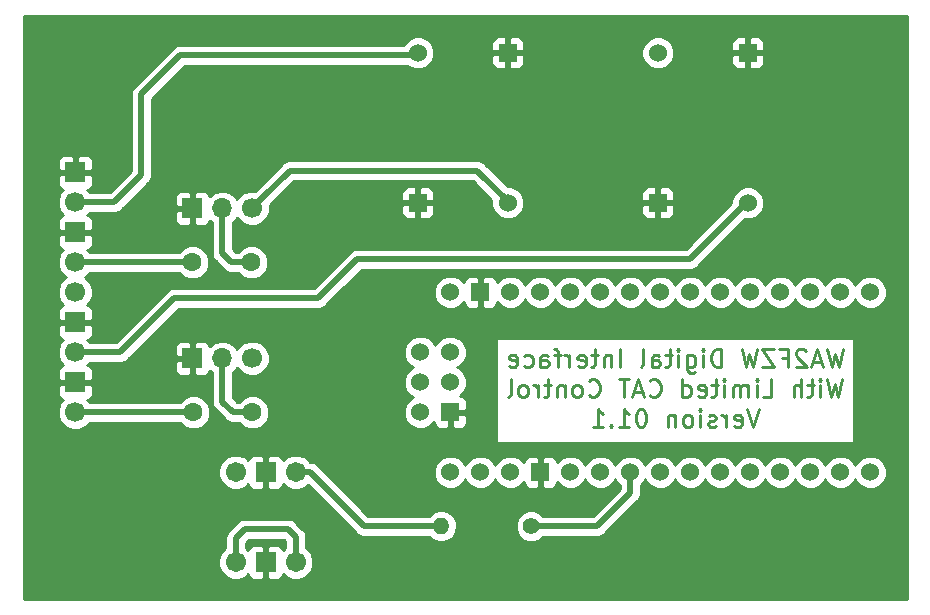
<source format=gbr>
G04 #@! TF.GenerationSoftware,KiCad,Pcbnew,(5.0.2)-1*
G04 #@! TF.CreationDate,2019-04-12T09:41:04-04:00*
G04 #@! TF.ProjectId,CAT Controller,43415420-436f-46e7-9472-6f6c6c65722e,rev?*
G04 #@! TF.SameCoordinates,Original*
G04 #@! TF.FileFunction,Copper,L2,Bot*
G04 #@! TF.FilePolarity,Positive*
%FSLAX46Y46*%
G04 Gerber Fmt 4.6, Leading zero omitted, Abs format (unit mm)*
G04 Created by KiCad (PCBNEW (5.0.2)-1) date 4/12/2019 9:41:04 AM*
%MOMM*%
%LPD*%
G01*
G04 APERTURE LIST*
G04 #@! TA.AperFunction,NonConductor*
%ADD10C,0.254000*%
G04 #@! TD*
G04 #@! TA.AperFunction,ComponentPad*
%ADD11C,1.400000*%
G04 #@! TD*
G04 #@! TA.AperFunction,ComponentPad*
%ADD12O,1.400000X1.400000*%
G04 #@! TD*
G04 #@! TA.AperFunction,ComponentPad*
%ADD13C,1.600000*%
G04 #@! TD*
G04 #@! TA.AperFunction,ComponentPad*
%ADD14R,1.700000X1.700000*%
G04 #@! TD*
G04 #@! TA.AperFunction,ComponentPad*
%ADD15C,1.700000*%
G04 #@! TD*
G04 #@! TA.AperFunction,ComponentPad*
%ADD16C,1.524000*%
G04 #@! TD*
G04 #@! TA.AperFunction,ComponentPad*
%ADD17R,1.524000X1.524000*%
G04 #@! TD*
G04 #@! TA.AperFunction,ComponentPad*
%ADD18O,1.700000X1.700000*%
G04 #@! TD*
G04 #@! TA.AperFunction,ComponentPad*
%ADD19C,1.701800*%
G04 #@! TD*
G04 #@! TA.AperFunction,ComponentPad*
%ADD20R,1.701800X1.701800*%
G04 #@! TD*
G04 #@! TA.AperFunction,Conductor*
%ADD21C,0.508000*%
G04 #@! TD*
G04 #@! TA.AperFunction,Conductor*
%ADD22C,0.254000*%
G04 #@! TD*
G04 APERTURE END LIST*
D10*
X125947714Y-56874228D02*
X125584857Y-58398228D01*
X125294571Y-57309657D01*
X125004285Y-58398228D01*
X124641428Y-56874228D01*
X124133428Y-57962800D02*
X123407714Y-57962800D01*
X124278571Y-58398228D02*
X123770571Y-56874228D01*
X123262571Y-58398228D01*
X122827142Y-57019371D02*
X122754571Y-56946800D01*
X122609428Y-56874228D01*
X122246571Y-56874228D01*
X122101428Y-56946800D01*
X122028857Y-57019371D01*
X121956285Y-57164514D01*
X121956285Y-57309657D01*
X122028857Y-57527371D01*
X122899714Y-58398228D01*
X121956285Y-58398228D01*
X120795142Y-57599942D02*
X121303142Y-57599942D01*
X121303142Y-58398228D02*
X121303142Y-56874228D01*
X120577428Y-56874228D01*
X120142000Y-56874228D02*
X119126000Y-56874228D01*
X120142000Y-58398228D01*
X119126000Y-58398228D01*
X118690571Y-56874228D02*
X118327714Y-58398228D01*
X118037428Y-57309657D01*
X117747142Y-58398228D01*
X117384285Y-56874228D01*
X115642571Y-58398228D02*
X115642571Y-56874228D01*
X115279714Y-56874228D01*
X115062000Y-56946800D01*
X114916857Y-57091942D01*
X114844285Y-57237085D01*
X114771714Y-57527371D01*
X114771714Y-57745085D01*
X114844285Y-58035371D01*
X114916857Y-58180514D01*
X115062000Y-58325657D01*
X115279714Y-58398228D01*
X115642571Y-58398228D01*
X114118571Y-58398228D02*
X114118571Y-57382228D01*
X114118571Y-56874228D02*
X114191142Y-56946800D01*
X114118571Y-57019371D01*
X114046000Y-56946800D01*
X114118571Y-56874228D01*
X114118571Y-57019371D01*
X112739714Y-57382228D02*
X112739714Y-58615942D01*
X112812285Y-58761085D01*
X112884857Y-58833657D01*
X113030000Y-58906228D01*
X113247714Y-58906228D01*
X113392857Y-58833657D01*
X112739714Y-58325657D02*
X112884857Y-58398228D01*
X113175142Y-58398228D01*
X113320285Y-58325657D01*
X113392857Y-58253085D01*
X113465428Y-58107942D01*
X113465428Y-57672514D01*
X113392857Y-57527371D01*
X113320285Y-57454800D01*
X113175142Y-57382228D01*
X112884857Y-57382228D01*
X112739714Y-57454800D01*
X112014000Y-58398228D02*
X112014000Y-57382228D01*
X112014000Y-56874228D02*
X112086571Y-56946800D01*
X112014000Y-57019371D01*
X111941428Y-56946800D01*
X112014000Y-56874228D01*
X112014000Y-57019371D01*
X111506000Y-57382228D02*
X110925428Y-57382228D01*
X111288285Y-56874228D02*
X111288285Y-58180514D01*
X111215714Y-58325657D01*
X111070571Y-58398228D01*
X110925428Y-58398228D01*
X109764285Y-58398228D02*
X109764285Y-57599942D01*
X109836857Y-57454800D01*
X109982000Y-57382228D01*
X110272285Y-57382228D01*
X110417428Y-57454800D01*
X109764285Y-58325657D02*
X109909428Y-58398228D01*
X110272285Y-58398228D01*
X110417428Y-58325657D01*
X110490000Y-58180514D01*
X110490000Y-58035371D01*
X110417428Y-57890228D01*
X110272285Y-57817657D01*
X109909428Y-57817657D01*
X109764285Y-57745085D01*
X108820857Y-58398228D02*
X108966000Y-58325657D01*
X109038571Y-58180514D01*
X109038571Y-56874228D01*
X107079142Y-58398228D02*
X107079142Y-56874228D01*
X106353428Y-57382228D02*
X106353428Y-58398228D01*
X106353428Y-57527371D02*
X106280857Y-57454800D01*
X106135714Y-57382228D01*
X105918000Y-57382228D01*
X105772857Y-57454800D01*
X105700285Y-57599942D01*
X105700285Y-58398228D01*
X105192285Y-57382228D02*
X104611714Y-57382228D01*
X104974571Y-56874228D02*
X104974571Y-58180514D01*
X104902000Y-58325657D01*
X104756857Y-58398228D01*
X104611714Y-58398228D01*
X103523142Y-58325657D02*
X103668285Y-58398228D01*
X103958571Y-58398228D01*
X104103714Y-58325657D01*
X104176285Y-58180514D01*
X104176285Y-57599942D01*
X104103714Y-57454800D01*
X103958571Y-57382228D01*
X103668285Y-57382228D01*
X103523142Y-57454800D01*
X103450571Y-57599942D01*
X103450571Y-57745085D01*
X104176285Y-57890228D01*
X102797428Y-58398228D02*
X102797428Y-57382228D01*
X102797428Y-57672514D02*
X102724857Y-57527371D01*
X102652285Y-57454800D01*
X102507142Y-57382228D01*
X102362000Y-57382228D01*
X102071714Y-57382228D02*
X101491142Y-57382228D01*
X101854000Y-58398228D02*
X101854000Y-57091942D01*
X101781428Y-56946800D01*
X101636285Y-56874228D01*
X101491142Y-56874228D01*
X100330000Y-58398228D02*
X100330000Y-57599942D01*
X100402571Y-57454800D01*
X100547714Y-57382228D01*
X100838000Y-57382228D01*
X100983142Y-57454800D01*
X100330000Y-58325657D02*
X100475142Y-58398228D01*
X100838000Y-58398228D01*
X100983142Y-58325657D01*
X101055714Y-58180514D01*
X101055714Y-58035371D01*
X100983142Y-57890228D01*
X100838000Y-57817657D01*
X100475142Y-57817657D01*
X100330000Y-57745085D01*
X98951142Y-58325657D02*
X99096285Y-58398228D01*
X99386571Y-58398228D01*
X99531714Y-58325657D01*
X99604285Y-58253085D01*
X99676857Y-58107942D01*
X99676857Y-57672514D01*
X99604285Y-57527371D01*
X99531714Y-57454800D01*
X99386571Y-57382228D01*
X99096285Y-57382228D01*
X98951142Y-57454800D01*
X97717428Y-58325657D02*
X97862571Y-58398228D01*
X98152857Y-58398228D01*
X98298000Y-58325657D01*
X98370571Y-58180514D01*
X98370571Y-57599942D01*
X98298000Y-57454800D01*
X98152857Y-57382228D01*
X97862571Y-57382228D01*
X97717428Y-57454800D01*
X97644857Y-57599942D01*
X97644857Y-57745085D01*
X98370571Y-57890228D01*
X125911428Y-59414228D02*
X125548571Y-60938228D01*
X125258285Y-59849657D01*
X124968000Y-60938228D01*
X124605142Y-59414228D01*
X124024571Y-60938228D02*
X124024571Y-59922228D01*
X124024571Y-59414228D02*
X124097142Y-59486800D01*
X124024571Y-59559371D01*
X123952000Y-59486800D01*
X124024571Y-59414228D01*
X124024571Y-59559371D01*
X123516571Y-59922228D02*
X122936000Y-59922228D01*
X123298857Y-59414228D02*
X123298857Y-60720514D01*
X123226285Y-60865657D01*
X123081142Y-60938228D01*
X122936000Y-60938228D01*
X122428000Y-60938228D02*
X122428000Y-59414228D01*
X121774857Y-60938228D02*
X121774857Y-60139942D01*
X121847428Y-59994800D01*
X121992571Y-59922228D01*
X122210285Y-59922228D01*
X122355428Y-59994800D01*
X122428000Y-60067371D01*
X119162285Y-60938228D02*
X119888000Y-60938228D01*
X119888000Y-59414228D01*
X118654285Y-60938228D02*
X118654285Y-59922228D01*
X118654285Y-59414228D02*
X118726857Y-59486800D01*
X118654285Y-59559371D01*
X118581714Y-59486800D01*
X118654285Y-59414228D01*
X118654285Y-59559371D01*
X117928571Y-60938228D02*
X117928571Y-59922228D01*
X117928571Y-60067371D02*
X117856000Y-59994800D01*
X117710857Y-59922228D01*
X117493142Y-59922228D01*
X117348000Y-59994800D01*
X117275428Y-60139942D01*
X117275428Y-60938228D01*
X117275428Y-60139942D02*
X117202857Y-59994800D01*
X117057714Y-59922228D01*
X116840000Y-59922228D01*
X116694857Y-59994800D01*
X116622285Y-60139942D01*
X116622285Y-60938228D01*
X115896571Y-60938228D02*
X115896571Y-59922228D01*
X115896571Y-59414228D02*
X115969142Y-59486800D01*
X115896571Y-59559371D01*
X115824000Y-59486800D01*
X115896571Y-59414228D01*
X115896571Y-59559371D01*
X115388571Y-59922228D02*
X114807999Y-59922228D01*
X115170857Y-59414228D02*
X115170857Y-60720514D01*
X115098285Y-60865657D01*
X114953142Y-60938228D01*
X114807999Y-60938228D01*
X113719428Y-60865657D02*
X113864571Y-60938228D01*
X114154857Y-60938228D01*
X114300000Y-60865657D01*
X114372571Y-60720514D01*
X114372571Y-60139942D01*
X114300000Y-59994800D01*
X114154857Y-59922228D01*
X113864571Y-59922228D01*
X113719428Y-59994800D01*
X113646857Y-60139942D01*
X113646857Y-60285085D01*
X114372571Y-60430228D01*
X112340571Y-60938228D02*
X112340571Y-59414228D01*
X112340571Y-60865657D02*
X112485714Y-60938228D01*
X112775999Y-60938228D01*
X112921142Y-60865657D01*
X112993714Y-60793085D01*
X113066285Y-60647942D01*
X113066285Y-60212514D01*
X112993714Y-60067371D01*
X112921142Y-59994800D01*
X112775999Y-59922228D01*
X112485714Y-59922228D01*
X112340571Y-59994800D01*
X109582857Y-60793085D02*
X109655428Y-60865657D01*
X109873142Y-60938228D01*
X110018285Y-60938228D01*
X110235999Y-60865657D01*
X110381142Y-60720514D01*
X110453714Y-60575371D01*
X110526285Y-60285085D01*
X110526285Y-60067371D01*
X110453714Y-59777085D01*
X110381142Y-59631942D01*
X110235999Y-59486800D01*
X110018285Y-59414228D01*
X109873142Y-59414228D01*
X109655428Y-59486800D01*
X109582857Y-59559371D01*
X109002285Y-60502800D02*
X108276571Y-60502800D01*
X109147428Y-60938228D02*
X108639428Y-59414228D01*
X108131428Y-60938228D01*
X107841142Y-59414228D02*
X106970285Y-59414228D01*
X107405714Y-60938228D02*
X107405714Y-59414228D01*
X104430285Y-60793085D02*
X104502857Y-60865657D01*
X104720571Y-60938228D01*
X104865714Y-60938228D01*
X105083428Y-60865657D01*
X105228571Y-60720514D01*
X105301142Y-60575371D01*
X105373714Y-60285085D01*
X105373714Y-60067371D01*
X105301142Y-59777085D01*
X105228571Y-59631942D01*
X105083428Y-59486800D01*
X104865714Y-59414228D01*
X104720571Y-59414228D01*
X104502857Y-59486800D01*
X104430285Y-59559371D01*
X103559428Y-60938228D02*
X103704571Y-60865657D01*
X103777142Y-60793085D01*
X103849714Y-60647942D01*
X103849714Y-60212514D01*
X103777142Y-60067371D01*
X103704571Y-59994800D01*
X103559428Y-59922228D01*
X103341714Y-59922228D01*
X103196571Y-59994800D01*
X103123999Y-60067371D01*
X103051428Y-60212514D01*
X103051428Y-60647942D01*
X103123999Y-60793085D01*
X103196571Y-60865657D01*
X103341714Y-60938228D01*
X103559428Y-60938228D01*
X102398285Y-59922228D02*
X102398285Y-60938228D01*
X102398285Y-60067371D02*
X102325714Y-59994800D01*
X102180571Y-59922228D01*
X101962857Y-59922228D01*
X101817714Y-59994800D01*
X101745142Y-60139942D01*
X101745142Y-60938228D01*
X101237142Y-59922228D02*
X100656571Y-59922228D01*
X101019428Y-59414228D02*
X101019428Y-60720514D01*
X100946857Y-60865657D01*
X100801714Y-60938228D01*
X100656571Y-60938228D01*
X100148571Y-60938228D02*
X100148571Y-59922228D01*
X100148571Y-60212514D02*
X100075999Y-60067371D01*
X100003428Y-59994800D01*
X99858285Y-59922228D01*
X99713142Y-59922228D01*
X98987428Y-60938228D02*
X99132571Y-60865657D01*
X99205142Y-60793085D01*
X99277714Y-60647942D01*
X99277714Y-60212514D01*
X99205142Y-60067371D01*
X99132571Y-59994800D01*
X98987428Y-59922228D01*
X98769714Y-59922228D01*
X98624571Y-59994800D01*
X98551999Y-60067371D01*
X98479428Y-60212514D01*
X98479428Y-60647942D01*
X98551999Y-60793085D01*
X98624571Y-60865657D01*
X98769714Y-60938228D01*
X98987428Y-60938228D01*
X97608571Y-60938228D02*
X97753714Y-60865657D01*
X97826285Y-60720514D01*
X97826285Y-59414228D01*
X118872000Y-61954228D02*
X118364000Y-63478228D01*
X117856000Y-61954228D01*
X116767428Y-63405657D02*
X116912571Y-63478228D01*
X117202857Y-63478228D01*
X117348000Y-63405657D01*
X117420571Y-63260514D01*
X117420571Y-62679942D01*
X117348000Y-62534800D01*
X117202857Y-62462228D01*
X116912571Y-62462228D01*
X116767428Y-62534800D01*
X116694857Y-62679942D01*
X116694857Y-62825085D01*
X117420571Y-62970228D01*
X116041714Y-63478228D02*
X116041714Y-62462228D01*
X116041714Y-62752514D02*
X115969142Y-62607371D01*
X115896571Y-62534800D01*
X115751428Y-62462228D01*
X115606285Y-62462228D01*
X115170857Y-63405657D02*
X115025714Y-63478228D01*
X114735428Y-63478228D01*
X114590285Y-63405657D01*
X114517714Y-63260514D01*
X114517714Y-63187942D01*
X114590285Y-63042800D01*
X114735428Y-62970228D01*
X114953142Y-62970228D01*
X115098285Y-62897657D01*
X115170857Y-62752514D01*
X115170857Y-62679942D01*
X115098285Y-62534800D01*
X114953142Y-62462228D01*
X114735428Y-62462228D01*
X114590285Y-62534800D01*
X113864571Y-63478228D02*
X113864571Y-62462228D01*
X113864571Y-61954228D02*
X113937142Y-62026800D01*
X113864571Y-62099371D01*
X113792000Y-62026800D01*
X113864571Y-61954228D01*
X113864571Y-62099371D01*
X112921142Y-63478228D02*
X113066285Y-63405657D01*
X113138857Y-63333085D01*
X113211428Y-63187942D01*
X113211428Y-62752514D01*
X113138857Y-62607371D01*
X113066285Y-62534800D01*
X112921142Y-62462228D01*
X112703428Y-62462228D01*
X112558285Y-62534800D01*
X112485714Y-62607371D01*
X112413142Y-62752514D01*
X112413142Y-63187942D01*
X112485714Y-63333085D01*
X112558285Y-63405657D01*
X112703428Y-63478228D01*
X112921142Y-63478228D01*
X111760000Y-62462228D02*
X111760000Y-63478228D01*
X111760000Y-62607371D02*
X111687428Y-62534800D01*
X111542285Y-62462228D01*
X111324571Y-62462228D01*
X111179428Y-62534800D01*
X111106857Y-62679942D01*
X111106857Y-63478228D01*
X108929714Y-61954228D02*
X108784571Y-61954228D01*
X108639428Y-62026800D01*
X108566857Y-62099371D01*
X108494285Y-62244514D01*
X108421714Y-62534800D01*
X108421714Y-62897657D01*
X108494285Y-63187942D01*
X108566857Y-63333085D01*
X108639428Y-63405657D01*
X108784571Y-63478228D01*
X108929714Y-63478228D01*
X109074857Y-63405657D01*
X109147428Y-63333085D01*
X109220000Y-63187942D01*
X109292571Y-62897657D01*
X109292571Y-62534800D01*
X109220000Y-62244514D01*
X109147428Y-62099371D01*
X109074857Y-62026800D01*
X108929714Y-61954228D01*
X106970285Y-63478228D02*
X107841142Y-63478228D01*
X107405714Y-63478228D02*
X107405714Y-61954228D01*
X107550857Y-62171942D01*
X107696000Y-62317085D01*
X107841142Y-62389657D01*
X106317142Y-63333085D02*
X106244571Y-63405657D01*
X106317142Y-63478228D01*
X106389714Y-63405657D01*
X106317142Y-63333085D01*
X106317142Y-63478228D01*
X104793142Y-63478228D02*
X105664000Y-63478228D01*
X105228571Y-63478228D02*
X105228571Y-61954228D01*
X105373714Y-62171942D01*
X105518857Y-62317085D01*
X105664000Y-62389657D01*
D11*
G04 #@! TO.P,R1,1*
G04 #@! TO.N,Net-(R1-Pad1)*
X99568000Y-71882000D03*
D12*
G04 #@! TO.P,R1,2*
G04 #@! TO.N,Net-(R1-Pad2)*
X91948000Y-71882000D03*
G04 #@! TD*
D13*
G04 #@! TO.P,C2,2*
G04 #@! TO.N,Net-(C2-Pad2)*
X70946000Y-62230000D03*
G04 #@! TO.P,C2,1*
G04 #@! TO.N,Net-(C2-Pad1)*
X75946000Y-62230000D03*
G04 #@! TD*
G04 #@! TO.P,C1,2*
G04 #@! TO.N,Net-(C1-Pad2)*
X75866000Y-49530000D03*
G04 #@! TO.P,C1,1*
G04 #@! TO.N,Net-(C1-Pad1)*
X70866000Y-49530000D03*
G04 #@! TD*
D14*
G04 #@! TO.P,J1,2*
G04 #@! TO.N,GND*
X60960000Y-41910000D03*
D15*
G04 #@! TO.P,J1,1*
G04 #@! TO.N,Net-(J1-Pad1)*
X60960000Y-44450000D03*
G04 #@! TD*
D16*
G04 #@! TO.P,U1,5V_2*
G04 #@! TO.N,Net-(U1-Pad5V_2)*
X92710000Y-57150000D03*
G04 #@! TO.P,U1,MISO*
G04 #@! TO.N,Net-(U1-PadMISO)*
X90170000Y-57150000D03*
G04 #@! TO.P,U1,MOSI*
G04 #@! TO.N,Net-(U1-PadMOSI)*
X92710000Y-59690000D03*
G04 #@! TO.P,U1,SCK*
G04 #@! TO.N,Net-(U1-PadSCK)*
X90170000Y-59690000D03*
D17*
G04 #@! TO.P,U1,GND*
G04 #@! TO.N,GND*
X92710000Y-62230000D03*
D16*
G04 #@! TO.P,U1,RST_3*
G04 #@! TO.N,Net-(U1-PadRST_3)*
X90170000Y-62230000D03*
G04 #@! TO.P,U1,D13*
G04 #@! TO.N,Net-(U1-PadD13)*
X128270000Y-52070000D03*
G04 #@! TO.P,U1,3V3*
G04 #@! TO.N,Net-(U1-Pad3V3)*
X125730000Y-52070000D03*
G04 #@! TO.P,U1,AREF*
G04 #@! TO.N,Net-(U1-PadAREF)*
X123190000Y-52070000D03*
G04 #@! TO.P,U1,A0*
G04 #@! TO.N,Net-(U1-PadA0)*
X120650000Y-52070000D03*
G04 #@! TO.P,U1,A1*
G04 #@! TO.N,Net-(U1-PadA1)*
X118110000Y-52070000D03*
G04 #@! TO.P,U1,A2*
G04 #@! TO.N,Net-(U1-PadA2)*
X115570000Y-52070000D03*
G04 #@! TO.P,U1,A3*
G04 #@! TO.N,Net-(U1-PadA3)*
X113030000Y-52070000D03*
G04 #@! TO.P,U1,A4*
G04 #@! TO.N,Net-(U1-PadA4)*
X110490000Y-52070000D03*
G04 #@! TO.P,U1,A5*
G04 #@! TO.N,Net-(U1-PadA5)*
X107950000Y-52070000D03*
G04 #@! TO.P,U1,A6*
G04 #@! TO.N,Net-(U1-PadA6)*
X105410000Y-52070000D03*
G04 #@! TO.P,U1,A7*
G04 #@! TO.N,Net-(U1-PadA7)*
X102870000Y-52070000D03*
G04 #@! TO.P,U1,5V_1*
G04 #@! TO.N,Net-(U1-Pad5V_1)*
X100330000Y-52070000D03*
G04 #@! TO.P,U1,RST_1*
G04 #@! TO.N,Net-(U1-PadRST_1)*
X97790000Y-52070000D03*
D17*
G04 #@! TO.P,U1,GND*
G04 #@! TO.N,GND*
X95250000Y-52070000D03*
D16*
G04 #@! TO.P,U1,VIN*
G04 #@! TO.N,Net-(U1-PadVIN)*
X92710000Y-52070000D03*
G04 #@! TO.P,U1,D1*
G04 #@! TO.N,Net-(U1-PadD1)*
X92710000Y-67310000D03*
G04 #@! TO.P,U1,D0*
G04 #@! TO.N,Net-(U1-PadD0)*
X95250000Y-67310000D03*
G04 #@! TO.P,U1,RST_2*
G04 #@! TO.N,Net-(U1-PadRST_2)*
X97790000Y-67310000D03*
D17*
G04 #@! TO.P,U1,GND*
G04 #@! TO.N,GND*
X100330000Y-67310000D03*
D16*
G04 #@! TO.P,U1,D2*
G04 #@! TO.N,Net-(U1-PadD2)*
X102870000Y-67310000D03*
G04 #@! TO.P,U1,D3*
G04 #@! TO.N,Net-(U1-PadD3)*
X105410000Y-67310000D03*
G04 #@! TO.P,U1,D4*
G04 #@! TO.N,Net-(R1-Pad1)*
X107950000Y-67310000D03*
G04 #@! TO.P,U1,D5*
G04 #@! TO.N,Net-(U1-PadD5)*
X110490000Y-67310000D03*
G04 #@! TO.P,U1,D6*
G04 #@! TO.N,Net-(U1-PadD6)*
X113030000Y-67310000D03*
G04 #@! TO.P,U1,D7*
G04 #@! TO.N,Net-(U1-PadD7)*
X115570000Y-67310000D03*
G04 #@! TO.P,U1,D8*
G04 #@! TO.N,Net-(U1-PadD8)*
X118110000Y-67310000D03*
G04 #@! TO.P,U1,D9*
G04 #@! TO.N,Net-(U1-PadD9)*
X120650000Y-67310000D03*
G04 #@! TO.P,U1,D10*
G04 #@! TO.N,Net-(U1-PadD10)*
X123190000Y-67310000D03*
G04 #@! TO.P,U1,D11*
G04 #@! TO.N,Net-(U1-PadD11)*
X125730000Y-67310000D03*
G04 #@! TO.P,U1,D12*
G04 #@! TO.N,Net-(U1-PadD12)*
X128270000Y-67310000D03*
G04 #@! TD*
D14*
G04 #@! TO.P,J4,2*
G04 #@! TO.N,GND*
X60960000Y-54610000D03*
D15*
G04 #@! TO.P,J4,1*
G04 #@! TO.N,Net-(J4-Pad1)*
X60960000Y-57150000D03*
G04 #@! TD*
D14*
G04 #@! TO.P,J2,2*
G04 #@! TO.N,GND*
X60960000Y-59690000D03*
D15*
G04 #@! TO.P,J2,1*
G04 #@! TO.N,Net-(C2-Pad2)*
X60960000Y-62230000D03*
G04 #@! TD*
G04 #@! TO.P,J3,1*
G04 #@! TO.N,Net-(J3-Pad1)*
X60960000Y-52070000D03*
G04 #@! TO.P,J3,2*
G04 #@! TO.N,Net-(C1-Pad1)*
X60960000Y-49530000D03*
D14*
G04 #@! TO.P,J3,3*
G04 #@! TO.N,GND*
X60960000Y-46990000D03*
G04 #@! TD*
G04 #@! TO.P,RV2,3*
G04 #@! TO.N,GND*
X70866000Y-57658000D03*
D18*
G04 #@! TO.P,RV2,2*
G04 #@! TO.N,Net-(C2-Pad1)*
X73406000Y-57658000D03*
D15*
G04 #@! TO.P,RV2,1*
G04 #@! TO.N,Net-(RV2-Pad1)*
X75946000Y-57658000D03*
G04 #@! TD*
G04 #@! TO.P,RV1,1*
G04 #@! TO.N,Net-(RV1-Pad1)*
X75946000Y-44958000D03*
D18*
G04 #@! TO.P,RV1,2*
G04 #@! TO.N,Net-(C1-Pad2)*
X73406000Y-44958000D03*
D14*
G04 #@! TO.P,RV1,3*
G04 #@! TO.N,GND*
X70866000Y-44958000D03*
G04 #@! TD*
D17*
G04 #@! TO.P,TR2,8*
G04 #@! TO.N,GND*
X110293496Y-44507324D03*
D16*
G04 #@! TO.P,TR2,5*
G04 #@! TO.N,Net-(J4-Pad1)*
X117913496Y-44507324D03*
D17*
G04 #@! TO.P,TR2,4*
G04 #@! TO.N,GND*
X117913496Y-31807324D03*
D16*
G04 #@! TO.P,TR2,1*
G04 #@! TO.N,Net-(RV2-Pad1)*
X110293496Y-31807324D03*
G04 #@! TD*
G04 #@! TO.P,TR1,1*
G04 #@! TO.N,Net-(J1-Pad1)*
X89973496Y-31807324D03*
D17*
G04 #@! TO.P,TR1,4*
G04 #@! TO.N,GND*
X97593496Y-31807324D03*
D16*
G04 #@! TO.P,TR1,5*
G04 #@! TO.N,Net-(RV1-Pad1)*
X97593496Y-44507324D03*
D17*
G04 #@! TO.P,TR1,8*
G04 #@! TO.N,GND*
X89973496Y-44507324D03*
G04 #@! TD*
D19*
G04 #@! TO.P,U2,1*
G04 #@! TO.N,Net-(R1-Pad2)*
X79629000Y-67310000D03*
G04 #@! TO.P,U2,4*
G04 #@! TO.N,Net-(J3-Pad1)*
X74549000Y-74930000D03*
D20*
G04 #@! TO.P,U2,2*
G04 #@! TO.N,GND*
X77089000Y-67310000D03*
G04 #@! TO.P,U2,5*
X77089000Y-74930000D03*
D19*
G04 #@! TO.P,U2,3*
G04 #@! TO.N,Net-(U2-Pad3)*
X74549000Y-67310000D03*
G04 #@! TO.P,U2,6*
G04 #@! TO.N,Net-(J3-Pad1)*
X79629000Y-74930000D03*
G04 #@! TD*
D21*
G04 #@! TO.N,Net-(R1-Pad1)*
X108077000Y-67437000D02*
X108204000Y-67437000D01*
G04 #@! TO.N,Net-(J3-Pad1)*
X79629000Y-72771000D02*
X79629000Y-73599646D01*
X78994000Y-72136000D02*
X79629000Y-72771000D01*
X75311000Y-72136000D02*
X78994000Y-72136000D01*
X74549000Y-74803000D02*
X74549000Y-72898000D01*
X74549000Y-72898000D02*
X75311000Y-72136000D01*
X79629000Y-73599646D02*
X79629000Y-74803000D01*
G04 #@! TO.N,Net-(J1-Pad1)*
X89916000Y-32004000D02*
X90170000Y-31750000D01*
X66548000Y-35306000D02*
X69850000Y-32004000D01*
X66548000Y-42164000D02*
X66548000Y-35306000D01*
X64262000Y-44450000D02*
X66548000Y-42164000D01*
X60960000Y-44450000D02*
X64262000Y-44450000D01*
X69850000Y-32004000D02*
X89916000Y-32004000D01*
G04 #@! TO.N,Net-(RV1-Pad1)*
X75946000Y-44958000D02*
X76795999Y-44108001D01*
X76795999Y-44108001D02*
X79121000Y-41783000D01*
X79121000Y-41783000D02*
X94996000Y-41783000D01*
X94996000Y-41783000D02*
X97663000Y-44450000D01*
G04 #@! TO.N,Net-(C2-Pad2)*
X60960000Y-62230000D02*
X70866000Y-62230000D01*
G04 #@! TO.N,Net-(C1-Pad2)*
X73406000Y-44958000D02*
X73406000Y-48768000D01*
X73406000Y-48768000D02*
X74168000Y-49530000D01*
X74168000Y-49530000D02*
X75819000Y-49530000D01*
G04 #@! TO.N,Net-(C1-Pad1)*
X60960000Y-49530000D02*
X70612000Y-49530000D01*
X70612000Y-49530000D02*
X70739000Y-49530000D01*
G04 #@! TO.N,Net-(C2-Pad1)*
X73406000Y-57658000D02*
X73406000Y-58860081D01*
X73406000Y-58860081D02*
X73406000Y-61341000D01*
X73406000Y-61341000D02*
X74295000Y-62230000D01*
X74295000Y-62230000D02*
X75692000Y-62230000D01*
G04 #@! TO.N,Net-(J4-Pad1)*
X113030000Y-49276000D02*
X118110000Y-44196000D01*
X84836000Y-49276000D02*
X113030000Y-49276000D01*
X81534000Y-52578000D02*
X84836000Y-49276000D01*
X69342000Y-52578000D02*
X81534000Y-52578000D01*
X60960000Y-57150000D02*
X64770000Y-57150000D01*
X64770000Y-57150000D02*
X69342000Y-52578000D01*
G04 #@! TO.N,Net-(R1-Pad2)*
X85404354Y-71882000D02*
X90958051Y-71882000D01*
X79629000Y-67310000D02*
X80832354Y-67310000D01*
X80832354Y-67310000D02*
X85404354Y-71882000D01*
X90958051Y-71882000D02*
X91948000Y-71882000D01*
G04 #@! TO.N,Net-(R1-Pad1)*
X99568000Y-71882000D02*
X105156000Y-71882000D01*
X105156000Y-71882000D02*
X107950000Y-69088000D01*
X107950000Y-69088000D02*
X107950000Y-67564000D01*
G04 #@! TD*
D22*
G04 #@! TO.N,GND*
G36*
X131370001Y-78030000D02*
X56590000Y-78030000D01*
X56590000Y-74634436D01*
X73063100Y-74634436D01*
X73063100Y-75225564D01*
X73289314Y-75771695D01*
X73707305Y-76189686D01*
X74253436Y-76415900D01*
X74844564Y-76415900D01*
X75390695Y-76189686D01*
X75623624Y-75956757D01*
X75699773Y-76140598D01*
X75878401Y-76319227D01*
X76111790Y-76415900D01*
X76803250Y-76415900D01*
X76962000Y-76257150D01*
X76962000Y-75057000D01*
X76942000Y-75057000D01*
X76942000Y-74803000D01*
X76962000Y-74803000D01*
X76962000Y-73602850D01*
X76803250Y-73444100D01*
X76111790Y-73444100D01*
X75878401Y-73540773D01*
X75699773Y-73719402D01*
X75623624Y-73903243D01*
X75438000Y-73717619D01*
X75438000Y-73266235D01*
X75679236Y-73025000D01*
X78625765Y-73025000D01*
X78740000Y-73139236D01*
X78740000Y-73717619D01*
X78554376Y-73903243D01*
X78478227Y-73719402D01*
X78299599Y-73540773D01*
X78066210Y-73444100D01*
X77374750Y-73444100D01*
X77216000Y-73602850D01*
X77216000Y-74803000D01*
X77236000Y-74803000D01*
X77236000Y-75057000D01*
X77216000Y-75057000D01*
X77216000Y-76257150D01*
X77374750Y-76415900D01*
X78066210Y-76415900D01*
X78299599Y-76319227D01*
X78478227Y-76140598D01*
X78554376Y-75956757D01*
X78787305Y-76189686D01*
X79333436Y-76415900D01*
X79924564Y-76415900D01*
X80470695Y-76189686D01*
X80888686Y-75771695D01*
X81114900Y-75225564D01*
X81114900Y-74634436D01*
X80888686Y-74088305D01*
X80518000Y-73717619D01*
X80518000Y-72858556D01*
X80535416Y-72771000D01*
X80466419Y-72424129D01*
X80319529Y-72204293D01*
X80269933Y-72130067D01*
X80195707Y-72080471D01*
X79684531Y-71569296D01*
X79634933Y-71495067D01*
X79340870Y-71298581D01*
X79081556Y-71247000D01*
X79081555Y-71247000D01*
X78994000Y-71229584D01*
X78906445Y-71247000D01*
X75398555Y-71247000D01*
X75311000Y-71229584D01*
X75223445Y-71247000D01*
X75223444Y-71247000D01*
X74964130Y-71298581D01*
X74670067Y-71495067D01*
X74620471Y-71569294D01*
X73982294Y-72207471D01*
X73908068Y-72257067D01*
X73858472Y-72331293D01*
X73858471Y-72331294D01*
X73711582Y-72551130D01*
X73642584Y-72898000D01*
X73660001Y-72985559D01*
X73660001Y-73717618D01*
X73289314Y-74088305D01*
X73063100Y-74634436D01*
X56590000Y-74634436D01*
X56590000Y-67014436D01*
X73063100Y-67014436D01*
X73063100Y-67605564D01*
X73289314Y-68151695D01*
X73707305Y-68569686D01*
X74253436Y-68795900D01*
X74844564Y-68795900D01*
X75390695Y-68569686D01*
X75623624Y-68336757D01*
X75699773Y-68520598D01*
X75878401Y-68699227D01*
X76111790Y-68795900D01*
X76803250Y-68795900D01*
X76962000Y-68637150D01*
X76962000Y-67437000D01*
X76942000Y-67437000D01*
X76942000Y-67183000D01*
X76962000Y-67183000D01*
X76962000Y-65982850D01*
X77216000Y-65982850D01*
X77216000Y-67183000D01*
X77236000Y-67183000D01*
X77236000Y-67437000D01*
X77216000Y-67437000D01*
X77216000Y-68637150D01*
X77374750Y-68795900D01*
X78066210Y-68795900D01*
X78299599Y-68699227D01*
X78478227Y-68520598D01*
X78554376Y-68336757D01*
X78787305Y-68569686D01*
X79333436Y-68795900D01*
X79924564Y-68795900D01*
X80470695Y-68569686D01*
X80652750Y-68387631D01*
X84713825Y-72448707D01*
X84763421Y-72522933D01*
X85057484Y-72719419D01*
X85316798Y-72771000D01*
X85316802Y-72771000D01*
X85404353Y-72788415D01*
X85491904Y-72771000D01*
X90936421Y-72771000D01*
X90985519Y-72844481D01*
X91427109Y-73139542D01*
X91816515Y-73217000D01*
X92079485Y-73217000D01*
X92468891Y-73139542D01*
X92910481Y-72844481D01*
X93205542Y-72402891D01*
X93309154Y-71882000D01*
X93256334Y-71616452D01*
X98233000Y-71616452D01*
X98233000Y-72147548D01*
X98436242Y-72638217D01*
X98811783Y-73013758D01*
X99302452Y-73217000D01*
X99833548Y-73217000D01*
X100324217Y-73013758D01*
X100566975Y-72771000D01*
X105068445Y-72771000D01*
X105156000Y-72788416D01*
X105243555Y-72771000D01*
X105243556Y-72771000D01*
X105502870Y-72719419D01*
X105796933Y-72522933D01*
X105846531Y-72448704D01*
X108516707Y-69778529D01*
X108590933Y-69728933D01*
X108787419Y-69434870D01*
X108839000Y-69175556D01*
X108839000Y-69175555D01*
X108856416Y-69088000D01*
X108839000Y-69000445D01*
X108839000Y-68396657D01*
X109134320Y-68101337D01*
X109220000Y-67894487D01*
X109305680Y-68101337D01*
X109698663Y-68494320D01*
X110212119Y-68707000D01*
X110767881Y-68707000D01*
X111281337Y-68494320D01*
X111674320Y-68101337D01*
X111760000Y-67894487D01*
X111845680Y-68101337D01*
X112238663Y-68494320D01*
X112752119Y-68707000D01*
X113307881Y-68707000D01*
X113821337Y-68494320D01*
X114214320Y-68101337D01*
X114300000Y-67894487D01*
X114385680Y-68101337D01*
X114778663Y-68494320D01*
X115292119Y-68707000D01*
X115847881Y-68707000D01*
X116361337Y-68494320D01*
X116754320Y-68101337D01*
X116840000Y-67894487D01*
X116925680Y-68101337D01*
X117318663Y-68494320D01*
X117832119Y-68707000D01*
X118387881Y-68707000D01*
X118901337Y-68494320D01*
X119294320Y-68101337D01*
X119380000Y-67894487D01*
X119465680Y-68101337D01*
X119858663Y-68494320D01*
X120372119Y-68707000D01*
X120927881Y-68707000D01*
X121441337Y-68494320D01*
X121834320Y-68101337D01*
X121920000Y-67894487D01*
X122005680Y-68101337D01*
X122398663Y-68494320D01*
X122912119Y-68707000D01*
X123467881Y-68707000D01*
X123981337Y-68494320D01*
X124374320Y-68101337D01*
X124460000Y-67894487D01*
X124545680Y-68101337D01*
X124938663Y-68494320D01*
X125452119Y-68707000D01*
X126007881Y-68707000D01*
X126521337Y-68494320D01*
X126914320Y-68101337D01*
X127000000Y-67894487D01*
X127085680Y-68101337D01*
X127478663Y-68494320D01*
X127992119Y-68707000D01*
X128547881Y-68707000D01*
X129061337Y-68494320D01*
X129454320Y-68101337D01*
X129667000Y-67587881D01*
X129667000Y-67032119D01*
X129454320Y-66518663D01*
X129061337Y-66125680D01*
X128547881Y-65913000D01*
X127992119Y-65913000D01*
X127478663Y-66125680D01*
X127085680Y-66518663D01*
X127000000Y-66725513D01*
X126914320Y-66518663D01*
X126521337Y-66125680D01*
X126007881Y-65913000D01*
X125452119Y-65913000D01*
X124938663Y-66125680D01*
X124545680Y-66518663D01*
X124460000Y-66725513D01*
X124374320Y-66518663D01*
X123981337Y-66125680D01*
X123467881Y-65913000D01*
X122912119Y-65913000D01*
X122398663Y-66125680D01*
X122005680Y-66518663D01*
X121920000Y-66725513D01*
X121834320Y-66518663D01*
X121441337Y-66125680D01*
X120927881Y-65913000D01*
X120372119Y-65913000D01*
X119858663Y-66125680D01*
X119465680Y-66518663D01*
X119380000Y-66725513D01*
X119294320Y-66518663D01*
X118901337Y-66125680D01*
X118387881Y-65913000D01*
X117832119Y-65913000D01*
X117318663Y-66125680D01*
X116925680Y-66518663D01*
X116840000Y-66725513D01*
X116754320Y-66518663D01*
X116361337Y-66125680D01*
X115847881Y-65913000D01*
X115292119Y-65913000D01*
X114778663Y-66125680D01*
X114385680Y-66518663D01*
X114300000Y-66725513D01*
X114214320Y-66518663D01*
X113821337Y-66125680D01*
X113307881Y-65913000D01*
X112752119Y-65913000D01*
X112238663Y-66125680D01*
X111845680Y-66518663D01*
X111760000Y-66725513D01*
X111674320Y-66518663D01*
X111281337Y-66125680D01*
X110767881Y-65913000D01*
X110212119Y-65913000D01*
X109698663Y-66125680D01*
X109305680Y-66518663D01*
X109220000Y-66725513D01*
X109134320Y-66518663D01*
X108741337Y-66125680D01*
X108227881Y-65913000D01*
X107672119Y-65913000D01*
X107158663Y-66125680D01*
X106765680Y-66518663D01*
X106680000Y-66725513D01*
X106594320Y-66518663D01*
X106201337Y-66125680D01*
X105687881Y-65913000D01*
X105132119Y-65913000D01*
X104618663Y-66125680D01*
X104225680Y-66518663D01*
X104140000Y-66725513D01*
X104054320Y-66518663D01*
X103661337Y-66125680D01*
X103147881Y-65913000D01*
X102592119Y-65913000D01*
X102078663Y-66125680D01*
X101727000Y-66477343D01*
X101727000Y-66421690D01*
X101630327Y-66188301D01*
X101451698Y-66009673D01*
X101218309Y-65913000D01*
X100615750Y-65913000D01*
X100457000Y-66071750D01*
X100457000Y-67183000D01*
X100477000Y-67183000D01*
X100477000Y-67437000D01*
X100457000Y-67437000D01*
X100457000Y-68548250D01*
X100615750Y-68707000D01*
X101218309Y-68707000D01*
X101451698Y-68610327D01*
X101630327Y-68431699D01*
X101727000Y-68198310D01*
X101727000Y-68142657D01*
X102078663Y-68494320D01*
X102592119Y-68707000D01*
X103147881Y-68707000D01*
X103661337Y-68494320D01*
X104054320Y-68101337D01*
X104140000Y-67894487D01*
X104225680Y-68101337D01*
X104618663Y-68494320D01*
X105132119Y-68707000D01*
X105687881Y-68707000D01*
X106201337Y-68494320D01*
X106594320Y-68101337D01*
X106680000Y-67894487D01*
X106765680Y-68101337D01*
X107061000Y-68396657D01*
X107061000Y-68719764D01*
X104787765Y-70993000D01*
X100566975Y-70993000D01*
X100324217Y-70750242D01*
X99833548Y-70547000D01*
X99302452Y-70547000D01*
X98811783Y-70750242D01*
X98436242Y-71125783D01*
X98233000Y-71616452D01*
X93256334Y-71616452D01*
X93205542Y-71361109D01*
X92910481Y-70919519D01*
X92468891Y-70624458D01*
X92079485Y-70547000D01*
X91816515Y-70547000D01*
X91427109Y-70624458D01*
X90985519Y-70919519D01*
X90936421Y-70993000D01*
X85772590Y-70993000D01*
X81811709Y-67032119D01*
X91313000Y-67032119D01*
X91313000Y-67587881D01*
X91525680Y-68101337D01*
X91918663Y-68494320D01*
X92432119Y-68707000D01*
X92987881Y-68707000D01*
X93501337Y-68494320D01*
X93894320Y-68101337D01*
X93980000Y-67894487D01*
X94065680Y-68101337D01*
X94458663Y-68494320D01*
X94972119Y-68707000D01*
X95527881Y-68707000D01*
X96041337Y-68494320D01*
X96434320Y-68101337D01*
X96520000Y-67894487D01*
X96605680Y-68101337D01*
X96998663Y-68494320D01*
X97512119Y-68707000D01*
X98067881Y-68707000D01*
X98581337Y-68494320D01*
X98933000Y-68142657D01*
X98933000Y-68198310D01*
X99029673Y-68431699D01*
X99208302Y-68610327D01*
X99441691Y-68707000D01*
X100044250Y-68707000D01*
X100203000Y-68548250D01*
X100203000Y-67437000D01*
X100183000Y-67437000D01*
X100183000Y-67183000D01*
X100203000Y-67183000D01*
X100203000Y-66071750D01*
X100044250Y-65913000D01*
X99441691Y-65913000D01*
X99208302Y-66009673D01*
X99029673Y-66188301D01*
X98933000Y-66421690D01*
X98933000Y-66477343D01*
X98581337Y-66125680D01*
X98067881Y-65913000D01*
X97512119Y-65913000D01*
X96998663Y-66125680D01*
X96605680Y-66518663D01*
X96520000Y-66725513D01*
X96434320Y-66518663D01*
X96041337Y-66125680D01*
X95527881Y-65913000D01*
X94972119Y-65913000D01*
X94458663Y-66125680D01*
X94065680Y-66518663D01*
X93980000Y-66725513D01*
X93894320Y-66518663D01*
X93501337Y-66125680D01*
X92987881Y-65913000D01*
X92432119Y-65913000D01*
X91918663Y-66125680D01*
X91525680Y-66518663D01*
X91313000Y-67032119D01*
X81811709Y-67032119D01*
X81522885Y-66743296D01*
X81473287Y-66669067D01*
X81179224Y-66472581D01*
X80919910Y-66421000D01*
X80919909Y-66421000D01*
X80832354Y-66403584D01*
X80825357Y-66404976D01*
X80470695Y-66050314D01*
X79924564Y-65824100D01*
X79333436Y-65824100D01*
X78787305Y-66050314D01*
X78554376Y-66283243D01*
X78478227Y-66099402D01*
X78299599Y-65920773D01*
X78066210Y-65824100D01*
X77374750Y-65824100D01*
X77216000Y-65982850D01*
X76962000Y-65982850D01*
X76803250Y-65824100D01*
X76111790Y-65824100D01*
X75878401Y-65920773D01*
X75699773Y-66099402D01*
X75623624Y-66283243D01*
X75390695Y-66050314D01*
X74844564Y-65824100D01*
X74253436Y-65824100D01*
X73707305Y-66050314D01*
X73289314Y-66468305D01*
X73063100Y-67014436D01*
X56590000Y-67014436D01*
X56590000Y-59975750D01*
X59475000Y-59975750D01*
X59475000Y-60666310D01*
X59571673Y-60899699D01*
X59750302Y-61078327D01*
X59935043Y-61154850D01*
X59701078Y-61388815D01*
X59475000Y-61934615D01*
X59475000Y-62525385D01*
X59701078Y-63071185D01*
X60118815Y-63488922D01*
X60664615Y-63715000D01*
X61255385Y-63715000D01*
X61801185Y-63488922D01*
X62171107Y-63119000D01*
X69805604Y-63119000D01*
X70133138Y-63446534D01*
X70660561Y-63665000D01*
X71231439Y-63665000D01*
X71758862Y-63446534D01*
X72162534Y-63042862D01*
X72381000Y-62515439D01*
X72381000Y-61944561D01*
X72162534Y-61417138D01*
X71758862Y-61013466D01*
X71231439Y-60795000D01*
X70660561Y-60795000D01*
X70133138Y-61013466D01*
X69805604Y-61341000D01*
X62171107Y-61341000D01*
X61984957Y-61154850D01*
X62169698Y-61078327D01*
X62348327Y-60899699D01*
X62445000Y-60666310D01*
X62445000Y-59975750D01*
X62286250Y-59817000D01*
X61087000Y-59817000D01*
X61087000Y-59837000D01*
X60833000Y-59837000D01*
X60833000Y-59817000D01*
X59633750Y-59817000D01*
X59475000Y-59975750D01*
X56590000Y-59975750D01*
X56590000Y-54895750D01*
X59475000Y-54895750D01*
X59475000Y-55586310D01*
X59571673Y-55819699D01*
X59750302Y-55998327D01*
X59935043Y-56074850D01*
X59701078Y-56308815D01*
X59475000Y-56854615D01*
X59475000Y-57445385D01*
X59701078Y-57991185D01*
X59935043Y-58225150D01*
X59750302Y-58301673D01*
X59571673Y-58480301D01*
X59475000Y-58713690D01*
X59475000Y-59404250D01*
X59633750Y-59563000D01*
X60833000Y-59563000D01*
X60833000Y-59543000D01*
X61087000Y-59543000D01*
X61087000Y-59563000D01*
X62286250Y-59563000D01*
X62445000Y-59404250D01*
X62445000Y-58713690D01*
X62348327Y-58480301D01*
X62169698Y-58301673D01*
X61984957Y-58225150D01*
X62171107Y-58039000D01*
X64682445Y-58039000D01*
X64770000Y-58056416D01*
X64857555Y-58039000D01*
X64857556Y-58039000D01*
X65116870Y-57987419D01*
X65182225Y-57943750D01*
X69381000Y-57943750D01*
X69381000Y-58634309D01*
X69477673Y-58867698D01*
X69656301Y-59046327D01*
X69889690Y-59143000D01*
X70580250Y-59143000D01*
X70739000Y-58984250D01*
X70739000Y-57785000D01*
X69539750Y-57785000D01*
X69381000Y-57943750D01*
X65182225Y-57943750D01*
X65410933Y-57790933D01*
X65460531Y-57716704D01*
X66495544Y-56681691D01*
X69381000Y-56681691D01*
X69381000Y-57372250D01*
X69539750Y-57531000D01*
X70739000Y-57531000D01*
X70739000Y-56331750D01*
X70993000Y-56331750D01*
X70993000Y-57531000D01*
X71013000Y-57531000D01*
X71013000Y-57785000D01*
X70993000Y-57785000D01*
X70993000Y-58984250D01*
X71151750Y-59143000D01*
X71842310Y-59143000D01*
X72075699Y-59046327D01*
X72254327Y-58867698D01*
X72320904Y-58706967D01*
X72335375Y-58728625D01*
X72517000Y-58849983D01*
X72517001Y-61253441D01*
X72499584Y-61341000D01*
X72519011Y-61438663D01*
X72568582Y-61687870D01*
X72765068Y-61981933D01*
X72839294Y-62031529D01*
X73604471Y-62796706D01*
X73654067Y-62870933D01*
X73948130Y-63067419D01*
X74207444Y-63119000D01*
X74207445Y-63119000D01*
X74295000Y-63136416D01*
X74382555Y-63119000D01*
X74805604Y-63119000D01*
X75133138Y-63446534D01*
X75660561Y-63665000D01*
X76231439Y-63665000D01*
X76758862Y-63446534D01*
X77162534Y-63042862D01*
X77381000Y-62515439D01*
X77381000Y-61944561D01*
X77162534Y-61417138D01*
X76758862Y-61013466D01*
X76231439Y-60795000D01*
X75660561Y-60795000D01*
X75133138Y-61013466D01*
X74805604Y-61341000D01*
X74663236Y-61341000D01*
X74295000Y-60972765D01*
X74295000Y-58849983D01*
X74476625Y-58728625D01*
X74665209Y-58446389D01*
X74687078Y-58499185D01*
X75104815Y-58916922D01*
X75650615Y-59143000D01*
X76241385Y-59143000D01*
X76787185Y-58916922D01*
X77204922Y-58499185D01*
X77431000Y-57953385D01*
X77431000Y-57362615D01*
X77227830Y-56872119D01*
X88773000Y-56872119D01*
X88773000Y-57427881D01*
X88985680Y-57941337D01*
X89378663Y-58334320D01*
X89585513Y-58420000D01*
X89378663Y-58505680D01*
X88985680Y-58898663D01*
X88773000Y-59412119D01*
X88773000Y-59967881D01*
X88985680Y-60481337D01*
X89378663Y-60874320D01*
X89585513Y-60960000D01*
X89378663Y-61045680D01*
X88985680Y-61438663D01*
X88773000Y-61952119D01*
X88773000Y-62507881D01*
X88985680Y-63021337D01*
X89378663Y-63414320D01*
X89892119Y-63627000D01*
X90447881Y-63627000D01*
X90961337Y-63414320D01*
X91313000Y-63062657D01*
X91313000Y-63118310D01*
X91409673Y-63351699D01*
X91588302Y-63530327D01*
X91821691Y-63627000D01*
X92424250Y-63627000D01*
X92583000Y-63468250D01*
X92583000Y-62357000D01*
X92837000Y-62357000D01*
X92837000Y-63468250D01*
X92995750Y-63627000D01*
X93598309Y-63627000D01*
X93831698Y-63530327D01*
X94010327Y-63351699D01*
X94107000Y-63118310D01*
X94107000Y-62515750D01*
X93948250Y-62357000D01*
X92837000Y-62357000D01*
X92583000Y-62357000D01*
X92563000Y-62357000D01*
X92563000Y-62103000D01*
X92583000Y-62103000D01*
X92583000Y-62083000D01*
X92837000Y-62083000D01*
X92837000Y-62103000D01*
X93948250Y-62103000D01*
X94107000Y-61944250D01*
X94107000Y-61341690D01*
X94010327Y-61108301D01*
X93831698Y-60929673D01*
X93598309Y-60833000D01*
X93542657Y-60833000D01*
X93894320Y-60481337D01*
X94107000Y-59967881D01*
X94107000Y-59412119D01*
X93894320Y-58898663D01*
X93501337Y-58505680D01*
X93294487Y-58420000D01*
X93501337Y-58334320D01*
X93894320Y-57941337D01*
X94107000Y-57427881D01*
X94107000Y-56872119D01*
X93894320Y-56358663D01*
X93501337Y-55965680D01*
X93374205Y-55913020D01*
X96592572Y-55913020D01*
X96592572Y-64803020D01*
X126927429Y-64803020D01*
X126927429Y-55913020D01*
X96592572Y-55913020D01*
X93374205Y-55913020D01*
X92987881Y-55753000D01*
X92432119Y-55753000D01*
X91918663Y-55965680D01*
X91525680Y-56358663D01*
X91440000Y-56565513D01*
X91354320Y-56358663D01*
X90961337Y-55965680D01*
X90447881Y-55753000D01*
X89892119Y-55753000D01*
X89378663Y-55965680D01*
X88985680Y-56358663D01*
X88773000Y-56872119D01*
X77227830Y-56872119D01*
X77204922Y-56816815D01*
X76787185Y-56399078D01*
X76241385Y-56173000D01*
X75650615Y-56173000D01*
X75104815Y-56399078D01*
X74687078Y-56816815D01*
X74665209Y-56869611D01*
X74476625Y-56587375D01*
X73985418Y-56259161D01*
X73552256Y-56173000D01*
X73259744Y-56173000D01*
X72826582Y-56259161D01*
X72335375Y-56587375D01*
X72320904Y-56609033D01*
X72254327Y-56448302D01*
X72075699Y-56269673D01*
X71842310Y-56173000D01*
X71151750Y-56173000D01*
X70993000Y-56331750D01*
X70739000Y-56331750D01*
X70580250Y-56173000D01*
X69889690Y-56173000D01*
X69656301Y-56269673D01*
X69477673Y-56448302D01*
X69381000Y-56681691D01*
X66495544Y-56681691D01*
X69710236Y-53467000D01*
X81446445Y-53467000D01*
X81534000Y-53484416D01*
X81621555Y-53467000D01*
X81621556Y-53467000D01*
X81880870Y-53415419D01*
X82174933Y-53218933D01*
X82224531Y-53144704D01*
X83577116Y-51792119D01*
X91313000Y-51792119D01*
X91313000Y-52347881D01*
X91525680Y-52861337D01*
X91918663Y-53254320D01*
X92432119Y-53467000D01*
X92987881Y-53467000D01*
X93501337Y-53254320D01*
X93853000Y-52902657D01*
X93853000Y-52958310D01*
X93949673Y-53191699D01*
X94128302Y-53370327D01*
X94361691Y-53467000D01*
X94964250Y-53467000D01*
X95123000Y-53308250D01*
X95123000Y-52197000D01*
X95103000Y-52197000D01*
X95103000Y-51943000D01*
X95123000Y-51943000D01*
X95123000Y-50831750D01*
X95377000Y-50831750D01*
X95377000Y-51943000D01*
X95397000Y-51943000D01*
X95397000Y-52197000D01*
X95377000Y-52197000D01*
X95377000Y-53308250D01*
X95535750Y-53467000D01*
X96138309Y-53467000D01*
X96371698Y-53370327D01*
X96550327Y-53191699D01*
X96647000Y-52958310D01*
X96647000Y-52902657D01*
X96998663Y-53254320D01*
X97512119Y-53467000D01*
X98067881Y-53467000D01*
X98581337Y-53254320D01*
X98974320Y-52861337D01*
X99060000Y-52654487D01*
X99145680Y-52861337D01*
X99538663Y-53254320D01*
X100052119Y-53467000D01*
X100607881Y-53467000D01*
X101121337Y-53254320D01*
X101514320Y-52861337D01*
X101600000Y-52654487D01*
X101685680Y-52861337D01*
X102078663Y-53254320D01*
X102592119Y-53467000D01*
X103147881Y-53467000D01*
X103661337Y-53254320D01*
X104054320Y-52861337D01*
X104140000Y-52654487D01*
X104225680Y-52861337D01*
X104618663Y-53254320D01*
X105132119Y-53467000D01*
X105687881Y-53467000D01*
X106201337Y-53254320D01*
X106594320Y-52861337D01*
X106680000Y-52654487D01*
X106765680Y-52861337D01*
X107158663Y-53254320D01*
X107672119Y-53467000D01*
X108227881Y-53467000D01*
X108741337Y-53254320D01*
X109134320Y-52861337D01*
X109220000Y-52654487D01*
X109305680Y-52861337D01*
X109698663Y-53254320D01*
X110212119Y-53467000D01*
X110767881Y-53467000D01*
X111281337Y-53254320D01*
X111674320Y-52861337D01*
X111760000Y-52654487D01*
X111845680Y-52861337D01*
X112238663Y-53254320D01*
X112752119Y-53467000D01*
X113307881Y-53467000D01*
X113821337Y-53254320D01*
X114214320Y-52861337D01*
X114300000Y-52654487D01*
X114385680Y-52861337D01*
X114778663Y-53254320D01*
X115292119Y-53467000D01*
X115847881Y-53467000D01*
X116361337Y-53254320D01*
X116754320Y-52861337D01*
X116840000Y-52654487D01*
X116925680Y-52861337D01*
X117318663Y-53254320D01*
X117832119Y-53467000D01*
X118387881Y-53467000D01*
X118901337Y-53254320D01*
X119294320Y-52861337D01*
X119380000Y-52654487D01*
X119465680Y-52861337D01*
X119858663Y-53254320D01*
X120372119Y-53467000D01*
X120927881Y-53467000D01*
X121441337Y-53254320D01*
X121834320Y-52861337D01*
X121920000Y-52654487D01*
X122005680Y-52861337D01*
X122398663Y-53254320D01*
X122912119Y-53467000D01*
X123467881Y-53467000D01*
X123981337Y-53254320D01*
X124374320Y-52861337D01*
X124460000Y-52654487D01*
X124545680Y-52861337D01*
X124938663Y-53254320D01*
X125452119Y-53467000D01*
X126007881Y-53467000D01*
X126521337Y-53254320D01*
X126914320Y-52861337D01*
X127000000Y-52654487D01*
X127085680Y-52861337D01*
X127478663Y-53254320D01*
X127992119Y-53467000D01*
X128547881Y-53467000D01*
X129061337Y-53254320D01*
X129454320Y-52861337D01*
X129667000Y-52347881D01*
X129667000Y-51792119D01*
X129454320Y-51278663D01*
X129061337Y-50885680D01*
X128547881Y-50673000D01*
X127992119Y-50673000D01*
X127478663Y-50885680D01*
X127085680Y-51278663D01*
X127000000Y-51485513D01*
X126914320Y-51278663D01*
X126521337Y-50885680D01*
X126007881Y-50673000D01*
X125452119Y-50673000D01*
X124938663Y-50885680D01*
X124545680Y-51278663D01*
X124460000Y-51485513D01*
X124374320Y-51278663D01*
X123981337Y-50885680D01*
X123467881Y-50673000D01*
X122912119Y-50673000D01*
X122398663Y-50885680D01*
X122005680Y-51278663D01*
X121920000Y-51485513D01*
X121834320Y-51278663D01*
X121441337Y-50885680D01*
X120927881Y-50673000D01*
X120372119Y-50673000D01*
X119858663Y-50885680D01*
X119465680Y-51278663D01*
X119380000Y-51485513D01*
X119294320Y-51278663D01*
X118901337Y-50885680D01*
X118387881Y-50673000D01*
X117832119Y-50673000D01*
X117318663Y-50885680D01*
X116925680Y-51278663D01*
X116840000Y-51485513D01*
X116754320Y-51278663D01*
X116361337Y-50885680D01*
X115847881Y-50673000D01*
X115292119Y-50673000D01*
X114778663Y-50885680D01*
X114385680Y-51278663D01*
X114300000Y-51485513D01*
X114214320Y-51278663D01*
X113821337Y-50885680D01*
X113307881Y-50673000D01*
X112752119Y-50673000D01*
X112238663Y-50885680D01*
X111845680Y-51278663D01*
X111760000Y-51485513D01*
X111674320Y-51278663D01*
X111281337Y-50885680D01*
X110767881Y-50673000D01*
X110212119Y-50673000D01*
X109698663Y-50885680D01*
X109305680Y-51278663D01*
X109220000Y-51485513D01*
X109134320Y-51278663D01*
X108741337Y-50885680D01*
X108227881Y-50673000D01*
X107672119Y-50673000D01*
X107158663Y-50885680D01*
X106765680Y-51278663D01*
X106680000Y-51485513D01*
X106594320Y-51278663D01*
X106201337Y-50885680D01*
X105687881Y-50673000D01*
X105132119Y-50673000D01*
X104618663Y-50885680D01*
X104225680Y-51278663D01*
X104140000Y-51485513D01*
X104054320Y-51278663D01*
X103661337Y-50885680D01*
X103147881Y-50673000D01*
X102592119Y-50673000D01*
X102078663Y-50885680D01*
X101685680Y-51278663D01*
X101600000Y-51485513D01*
X101514320Y-51278663D01*
X101121337Y-50885680D01*
X100607881Y-50673000D01*
X100052119Y-50673000D01*
X99538663Y-50885680D01*
X99145680Y-51278663D01*
X99060000Y-51485513D01*
X98974320Y-51278663D01*
X98581337Y-50885680D01*
X98067881Y-50673000D01*
X97512119Y-50673000D01*
X96998663Y-50885680D01*
X96647000Y-51237343D01*
X96647000Y-51181690D01*
X96550327Y-50948301D01*
X96371698Y-50769673D01*
X96138309Y-50673000D01*
X95535750Y-50673000D01*
X95377000Y-50831750D01*
X95123000Y-50831750D01*
X94964250Y-50673000D01*
X94361691Y-50673000D01*
X94128302Y-50769673D01*
X93949673Y-50948301D01*
X93853000Y-51181690D01*
X93853000Y-51237343D01*
X93501337Y-50885680D01*
X92987881Y-50673000D01*
X92432119Y-50673000D01*
X91918663Y-50885680D01*
X91525680Y-51278663D01*
X91313000Y-51792119D01*
X83577116Y-51792119D01*
X85204236Y-50165000D01*
X112942445Y-50165000D01*
X113030000Y-50182416D01*
X113117555Y-50165000D01*
X113117556Y-50165000D01*
X113376870Y-50113419D01*
X113670933Y-49916933D01*
X113720531Y-49842704D01*
X117658912Y-45904324D01*
X118191377Y-45904324D01*
X118704833Y-45691644D01*
X119097816Y-45298661D01*
X119310496Y-44785205D01*
X119310496Y-44229443D01*
X119097816Y-43715987D01*
X118704833Y-43323004D01*
X118191377Y-43110324D01*
X117635615Y-43110324D01*
X117122159Y-43323004D01*
X116729176Y-43715987D01*
X116516496Y-44229443D01*
X116516496Y-44532268D01*
X112661765Y-48387000D01*
X84923554Y-48387000D01*
X84835999Y-48369584D01*
X84748444Y-48387000D01*
X84489130Y-48438581D01*
X84195067Y-48635067D01*
X84145471Y-48709293D01*
X81165765Y-51689000D01*
X69429550Y-51689000D01*
X69341999Y-51671585D01*
X69254448Y-51689000D01*
X69254444Y-51689000D01*
X68995130Y-51740581D01*
X68701067Y-51937067D01*
X68651471Y-52011293D01*
X64401765Y-56261000D01*
X62171107Y-56261000D01*
X61984957Y-56074850D01*
X62169698Y-55998327D01*
X62348327Y-55819699D01*
X62445000Y-55586310D01*
X62445000Y-54895750D01*
X62286250Y-54737000D01*
X61087000Y-54737000D01*
X61087000Y-54757000D01*
X60833000Y-54757000D01*
X60833000Y-54737000D01*
X59633750Y-54737000D01*
X59475000Y-54895750D01*
X56590000Y-54895750D01*
X56590000Y-47275750D01*
X59475000Y-47275750D01*
X59475000Y-47966310D01*
X59571673Y-48199699D01*
X59750302Y-48378327D01*
X59935043Y-48454850D01*
X59701078Y-48688815D01*
X59475000Y-49234615D01*
X59475000Y-49825385D01*
X59701078Y-50371185D01*
X60118815Y-50788922D01*
X60145560Y-50800000D01*
X60118815Y-50811078D01*
X59701078Y-51228815D01*
X59475000Y-51774615D01*
X59475000Y-52365385D01*
X59701078Y-52911185D01*
X59935043Y-53145150D01*
X59750302Y-53221673D01*
X59571673Y-53400301D01*
X59475000Y-53633690D01*
X59475000Y-54324250D01*
X59633750Y-54483000D01*
X60833000Y-54483000D01*
X60833000Y-54463000D01*
X61087000Y-54463000D01*
X61087000Y-54483000D01*
X62286250Y-54483000D01*
X62445000Y-54324250D01*
X62445000Y-53633690D01*
X62348327Y-53400301D01*
X62169698Y-53221673D01*
X61984957Y-53145150D01*
X62218922Y-52911185D01*
X62445000Y-52365385D01*
X62445000Y-51774615D01*
X62218922Y-51228815D01*
X61801185Y-50811078D01*
X61774440Y-50800000D01*
X61801185Y-50788922D01*
X62171107Y-50419000D01*
X69725604Y-50419000D01*
X70053138Y-50746534D01*
X70580561Y-50965000D01*
X71151439Y-50965000D01*
X71678862Y-50746534D01*
X72082534Y-50342862D01*
X72301000Y-49815439D01*
X72301000Y-49244561D01*
X72082534Y-48717138D01*
X71678862Y-48313466D01*
X71151439Y-48095000D01*
X70580561Y-48095000D01*
X70053138Y-48313466D01*
X69725604Y-48641000D01*
X62171107Y-48641000D01*
X61984957Y-48454850D01*
X62169698Y-48378327D01*
X62348327Y-48199699D01*
X62445000Y-47966310D01*
X62445000Y-47275750D01*
X62286250Y-47117000D01*
X61087000Y-47117000D01*
X61087000Y-47137000D01*
X60833000Y-47137000D01*
X60833000Y-47117000D01*
X59633750Y-47117000D01*
X59475000Y-47275750D01*
X56590000Y-47275750D01*
X56590000Y-42195750D01*
X59475000Y-42195750D01*
X59475000Y-42886310D01*
X59571673Y-43119699D01*
X59750302Y-43298327D01*
X59935043Y-43374850D01*
X59701078Y-43608815D01*
X59475000Y-44154615D01*
X59475000Y-44745385D01*
X59701078Y-45291185D01*
X59935043Y-45525150D01*
X59750302Y-45601673D01*
X59571673Y-45780301D01*
X59475000Y-46013690D01*
X59475000Y-46704250D01*
X59633750Y-46863000D01*
X60833000Y-46863000D01*
X60833000Y-46843000D01*
X61087000Y-46843000D01*
X61087000Y-46863000D01*
X62286250Y-46863000D01*
X62445000Y-46704250D01*
X62445000Y-46013690D01*
X62348327Y-45780301D01*
X62169698Y-45601673D01*
X61984957Y-45525150D01*
X62171107Y-45339000D01*
X64174445Y-45339000D01*
X64262000Y-45356416D01*
X64349555Y-45339000D01*
X64349556Y-45339000D01*
X64608870Y-45287419D01*
X64674225Y-45243750D01*
X69381000Y-45243750D01*
X69381000Y-45934309D01*
X69477673Y-46167698D01*
X69656301Y-46346327D01*
X69889690Y-46443000D01*
X70580250Y-46443000D01*
X70739000Y-46284250D01*
X70739000Y-45085000D01*
X69539750Y-45085000D01*
X69381000Y-45243750D01*
X64674225Y-45243750D01*
X64902933Y-45090933D01*
X64952531Y-45016704D01*
X65987544Y-43981691D01*
X69381000Y-43981691D01*
X69381000Y-44672250D01*
X69539750Y-44831000D01*
X70739000Y-44831000D01*
X70739000Y-43631750D01*
X70993000Y-43631750D01*
X70993000Y-44831000D01*
X71013000Y-44831000D01*
X71013000Y-45085000D01*
X70993000Y-45085000D01*
X70993000Y-46284250D01*
X71151750Y-46443000D01*
X71842310Y-46443000D01*
X72075699Y-46346327D01*
X72254327Y-46167698D01*
X72320904Y-46006967D01*
X72335375Y-46028625D01*
X72517000Y-46149983D01*
X72517001Y-48680441D01*
X72499584Y-48768000D01*
X72538431Y-48963293D01*
X72568582Y-49114870D01*
X72765068Y-49408933D01*
X72839294Y-49458529D01*
X73477471Y-50096706D01*
X73527067Y-50170933D01*
X73821130Y-50367419D01*
X74080444Y-50419000D01*
X74080445Y-50419000D01*
X74168000Y-50436416D01*
X74255555Y-50419000D01*
X74725604Y-50419000D01*
X75053138Y-50746534D01*
X75580561Y-50965000D01*
X76151439Y-50965000D01*
X76678862Y-50746534D01*
X77082534Y-50342862D01*
X77301000Y-49815439D01*
X77301000Y-49244561D01*
X77082534Y-48717138D01*
X76678862Y-48313466D01*
X76151439Y-48095000D01*
X75580561Y-48095000D01*
X75053138Y-48313466D01*
X74725604Y-48641000D01*
X74536236Y-48641000D01*
X74295000Y-48399765D01*
X74295000Y-46149983D01*
X74476625Y-46028625D01*
X74665209Y-45746389D01*
X74687078Y-45799185D01*
X75104815Y-46216922D01*
X75650615Y-46443000D01*
X76241385Y-46443000D01*
X76787185Y-46216922D01*
X77204922Y-45799185D01*
X77431000Y-45253385D01*
X77431000Y-44793074D01*
X88576496Y-44793074D01*
X88576496Y-45395633D01*
X88673169Y-45629022D01*
X88851797Y-45807651D01*
X89085186Y-45904324D01*
X89687746Y-45904324D01*
X89846496Y-45745574D01*
X89846496Y-44634324D01*
X90100496Y-44634324D01*
X90100496Y-45745574D01*
X90259246Y-45904324D01*
X90861806Y-45904324D01*
X91095195Y-45807651D01*
X91273823Y-45629022D01*
X91370496Y-45395633D01*
X91370496Y-44793074D01*
X91211746Y-44634324D01*
X90100496Y-44634324D01*
X89846496Y-44634324D01*
X88735246Y-44634324D01*
X88576496Y-44793074D01*
X77431000Y-44793074D01*
X77431000Y-44730236D01*
X77486528Y-44674708D01*
X77486530Y-44674705D01*
X78542220Y-43619015D01*
X88576496Y-43619015D01*
X88576496Y-44221574D01*
X88735246Y-44380324D01*
X89846496Y-44380324D01*
X89846496Y-43269074D01*
X90100496Y-43269074D01*
X90100496Y-44380324D01*
X91211746Y-44380324D01*
X91370496Y-44221574D01*
X91370496Y-43619015D01*
X91273823Y-43385626D01*
X91095195Y-43206997D01*
X90861806Y-43110324D01*
X90259246Y-43110324D01*
X90100496Y-43269074D01*
X89846496Y-43269074D01*
X89687746Y-43110324D01*
X89085186Y-43110324D01*
X88851797Y-43206997D01*
X88673169Y-43385626D01*
X88576496Y-43619015D01*
X78542220Y-43619015D01*
X79489236Y-42672000D01*
X94627765Y-42672000D01*
X96196496Y-44240732D01*
X96196496Y-44785205D01*
X96409176Y-45298661D01*
X96802159Y-45691644D01*
X97315615Y-45904324D01*
X97871377Y-45904324D01*
X98384833Y-45691644D01*
X98777816Y-45298661D01*
X98987236Y-44793074D01*
X108896496Y-44793074D01*
X108896496Y-45395633D01*
X108993169Y-45629022D01*
X109171797Y-45807651D01*
X109405186Y-45904324D01*
X110007746Y-45904324D01*
X110166496Y-45745574D01*
X110166496Y-44634324D01*
X110420496Y-44634324D01*
X110420496Y-45745574D01*
X110579246Y-45904324D01*
X111181806Y-45904324D01*
X111415195Y-45807651D01*
X111593823Y-45629022D01*
X111690496Y-45395633D01*
X111690496Y-44793074D01*
X111531746Y-44634324D01*
X110420496Y-44634324D01*
X110166496Y-44634324D01*
X109055246Y-44634324D01*
X108896496Y-44793074D01*
X98987236Y-44793074D01*
X98990496Y-44785205D01*
X98990496Y-44229443D01*
X98777816Y-43715987D01*
X98680844Y-43619015D01*
X108896496Y-43619015D01*
X108896496Y-44221574D01*
X109055246Y-44380324D01*
X110166496Y-44380324D01*
X110166496Y-43269074D01*
X110420496Y-43269074D01*
X110420496Y-44380324D01*
X111531746Y-44380324D01*
X111690496Y-44221574D01*
X111690496Y-43619015D01*
X111593823Y-43385626D01*
X111415195Y-43206997D01*
X111181806Y-43110324D01*
X110579246Y-43110324D01*
X110420496Y-43269074D01*
X110166496Y-43269074D01*
X110007746Y-43110324D01*
X109405186Y-43110324D01*
X109171797Y-43206997D01*
X108993169Y-43385626D01*
X108896496Y-43619015D01*
X98680844Y-43619015D01*
X98384833Y-43323004D01*
X97871377Y-43110324D01*
X97580560Y-43110324D01*
X95686531Y-41216296D01*
X95636933Y-41142067D01*
X95342870Y-40945581D01*
X95083556Y-40894000D01*
X95083555Y-40894000D01*
X94996000Y-40876584D01*
X94908445Y-40894000D01*
X79208555Y-40894000D01*
X79121000Y-40876584D01*
X79033445Y-40894000D01*
X79033444Y-40894000D01*
X78774130Y-40945581D01*
X78480067Y-41142067D01*
X78430471Y-41216293D01*
X76229295Y-43417470D01*
X76229292Y-43417472D01*
X76173764Y-43473000D01*
X75650615Y-43473000D01*
X75104815Y-43699078D01*
X74687078Y-44116815D01*
X74665209Y-44169611D01*
X74476625Y-43887375D01*
X73985418Y-43559161D01*
X73552256Y-43473000D01*
X73259744Y-43473000D01*
X72826582Y-43559161D01*
X72335375Y-43887375D01*
X72320904Y-43909033D01*
X72254327Y-43748302D01*
X72075699Y-43569673D01*
X71842310Y-43473000D01*
X71151750Y-43473000D01*
X70993000Y-43631750D01*
X70739000Y-43631750D01*
X70580250Y-43473000D01*
X69889690Y-43473000D01*
X69656301Y-43569673D01*
X69477673Y-43748302D01*
X69381000Y-43981691D01*
X65987544Y-43981691D01*
X67114707Y-42854529D01*
X67188933Y-42804933D01*
X67385419Y-42510870D01*
X67437000Y-42251556D01*
X67437000Y-42251552D01*
X67454415Y-42164001D01*
X67437000Y-42076450D01*
X67437000Y-35674235D01*
X70218236Y-32893000D01*
X89083515Y-32893000D01*
X89182159Y-32991644D01*
X89695615Y-33204324D01*
X90251377Y-33204324D01*
X90764833Y-32991644D01*
X91157816Y-32598661D01*
X91367236Y-32093074D01*
X96196496Y-32093074D01*
X96196496Y-32695633D01*
X96293169Y-32929022D01*
X96471797Y-33107651D01*
X96705186Y-33204324D01*
X97307746Y-33204324D01*
X97466496Y-33045574D01*
X97466496Y-31934324D01*
X97720496Y-31934324D01*
X97720496Y-33045574D01*
X97879246Y-33204324D01*
X98481806Y-33204324D01*
X98715195Y-33107651D01*
X98893823Y-32929022D01*
X98990496Y-32695633D01*
X98990496Y-32093074D01*
X98831746Y-31934324D01*
X97720496Y-31934324D01*
X97466496Y-31934324D01*
X96355246Y-31934324D01*
X96196496Y-32093074D01*
X91367236Y-32093074D01*
X91370496Y-32085205D01*
X91370496Y-31529443D01*
X91157816Y-31015987D01*
X91060844Y-30919015D01*
X96196496Y-30919015D01*
X96196496Y-31521574D01*
X96355246Y-31680324D01*
X97466496Y-31680324D01*
X97466496Y-30569074D01*
X97720496Y-30569074D01*
X97720496Y-31680324D01*
X98831746Y-31680324D01*
X98982627Y-31529443D01*
X108896496Y-31529443D01*
X108896496Y-32085205D01*
X109109176Y-32598661D01*
X109502159Y-32991644D01*
X110015615Y-33204324D01*
X110571377Y-33204324D01*
X111084833Y-32991644D01*
X111477816Y-32598661D01*
X111687236Y-32093074D01*
X116516496Y-32093074D01*
X116516496Y-32695633D01*
X116613169Y-32929022D01*
X116791797Y-33107651D01*
X117025186Y-33204324D01*
X117627746Y-33204324D01*
X117786496Y-33045574D01*
X117786496Y-31934324D01*
X118040496Y-31934324D01*
X118040496Y-33045574D01*
X118199246Y-33204324D01*
X118801806Y-33204324D01*
X119035195Y-33107651D01*
X119213823Y-32929022D01*
X119310496Y-32695633D01*
X119310496Y-32093074D01*
X119151746Y-31934324D01*
X118040496Y-31934324D01*
X117786496Y-31934324D01*
X116675246Y-31934324D01*
X116516496Y-32093074D01*
X111687236Y-32093074D01*
X111690496Y-32085205D01*
X111690496Y-31529443D01*
X111477816Y-31015987D01*
X111380844Y-30919015D01*
X116516496Y-30919015D01*
X116516496Y-31521574D01*
X116675246Y-31680324D01*
X117786496Y-31680324D01*
X117786496Y-30569074D01*
X118040496Y-30569074D01*
X118040496Y-31680324D01*
X119151746Y-31680324D01*
X119310496Y-31521574D01*
X119310496Y-30919015D01*
X119213823Y-30685626D01*
X119035195Y-30506997D01*
X118801806Y-30410324D01*
X118199246Y-30410324D01*
X118040496Y-30569074D01*
X117786496Y-30569074D01*
X117627746Y-30410324D01*
X117025186Y-30410324D01*
X116791797Y-30506997D01*
X116613169Y-30685626D01*
X116516496Y-30919015D01*
X111380844Y-30919015D01*
X111084833Y-30623004D01*
X110571377Y-30410324D01*
X110015615Y-30410324D01*
X109502159Y-30623004D01*
X109109176Y-31015987D01*
X108896496Y-31529443D01*
X98982627Y-31529443D01*
X98990496Y-31521574D01*
X98990496Y-30919015D01*
X98893823Y-30685626D01*
X98715195Y-30506997D01*
X98481806Y-30410324D01*
X97879246Y-30410324D01*
X97720496Y-30569074D01*
X97466496Y-30569074D01*
X97307746Y-30410324D01*
X96705186Y-30410324D01*
X96471797Y-30506997D01*
X96293169Y-30685626D01*
X96196496Y-30919015D01*
X91060844Y-30919015D01*
X90764833Y-30623004D01*
X90251377Y-30410324D01*
X89695615Y-30410324D01*
X89182159Y-30623004D01*
X88789176Y-31015987D01*
X88748164Y-31115000D01*
X69937554Y-31115000D01*
X69849999Y-31097584D01*
X69762444Y-31115000D01*
X69503130Y-31166581D01*
X69209067Y-31363067D01*
X69159471Y-31437293D01*
X65981294Y-34615471D01*
X65907068Y-34665067D01*
X65857472Y-34739293D01*
X65857471Y-34739294D01*
X65710582Y-34959130D01*
X65641584Y-35306000D01*
X65659001Y-35393559D01*
X65659000Y-41795764D01*
X63893765Y-43561000D01*
X62171107Y-43561000D01*
X61984957Y-43374850D01*
X62169698Y-43298327D01*
X62348327Y-43119699D01*
X62445000Y-42886310D01*
X62445000Y-42195750D01*
X62286250Y-42037000D01*
X61087000Y-42037000D01*
X61087000Y-42057000D01*
X60833000Y-42057000D01*
X60833000Y-42037000D01*
X59633750Y-42037000D01*
X59475000Y-42195750D01*
X56590000Y-42195750D01*
X56590000Y-40933690D01*
X59475000Y-40933690D01*
X59475000Y-41624250D01*
X59633750Y-41783000D01*
X60833000Y-41783000D01*
X60833000Y-40583750D01*
X61087000Y-40583750D01*
X61087000Y-41783000D01*
X62286250Y-41783000D01*
X62445000Y-41624250D01*
X62445000Y-40933690D01*
X62348327Y-40700301D01*
X62169698Y-40521673D01*
X61936309Y-40425000D01*
X61245750Y-40425000D01*
X61087000Y-40583750D01*
X60833000Y-40583750D01*
X60674250Y-40425000D01*
X59983691Y-40425000D01*
X59750302Y-40521673D01*
X59571673Y-40700301D01*
X59475000Y-40933690D01*
X56590000Y-40933690D01*
X56590000Y-28650000D01*
X131370000Y-28650000D01*
X131370001Y-78030000D01*
X131370001Y-78030000D01*
G37*
X131370001Y-78030000D02*
X56590000Y-78030000D01*
X56590000Y-74634436D01*
X73063100Y-74634436D01*
X73063100Y-75225564D01*
X73289314Y-75771695D01*
X73707305Y-76189686D01*
X74253436Y-76415900D01*
X74844564Y-76415900D01*
X75390695Y-76189686D01*
X75623624Y-75956757D01*
X75699773Y-76140598D01*
X75878401Y-76319227D01*
X76111790Y-76415900D01*
X76803250Y-76415900D01*
X76962000Y-76257150D01*
X76962000Y-75057000D01*
X76942000Y-75057000D01*
X76942000Y-74803000D01*
X76962000Y-74803000D01*
X76962000Y-73602850D01*
X76803250Y-73444100D01*
X76111790Y-73444100D01*
X75878401Y-73540773D01*
X75699773Y-73719402D01*
X75623624Y-73903243D01*
X75438000Y-73717619D01*
X75438000Y-73266235D01*
X75679236Y-73025000D01*
X78625765Y-73025000D01*
X78740000Y-73139236D01*
X78740000Y-73717619D01*
X78554376Y-73903243D01*
X78478227Y-73719402D01*
X78299599Y-73540773D01*
X78066210Y-73444100D01*
X77374750Y-73444100D01*
X77216000Y-73602850D01*
X77216000Y-74803000D01*
X77236000Y-74803000D01*
X77236000Y-75057000D01*
X77216000Y-75057000D01*
X77216000Y-76257150D01*
X77374750Y-76415900D01*
X78066210Y-76415900D01*
X78299599Y-76319227D01*
X78478227Y-76140598D01*
X78554376Y-75956757D01*
X78787305Y-76189686D01*
X79333436Y-76415900D01*
X79924564Y-76415900D01*
X80470695Y-76189686D01*
X80888686Y-75771695D01*
X81114900Y-75225564D01*
X81114900Y-74634436D01*
X80888686Y-74088305D01*
X80518000Y-73717619D01*
X80518000Y-72858556D01*
X80535416Y-72771000D01*
X80466419Y-72424129D01*
X80319529Y-72204293D01*
X80269933Y-72130067D01*
X80195707Y-72080471D01*
X79684531Y-71569296D01*
X79634933Y-71495067D01*
X79340870Y-71298581D01*
X79081556Y-71247000D01*
X79081555Y-71247000D01*
X78994000Y-71229584D01*
X78906445Y-71247000D01*
X75398555Y-71247000D01*
X75311000Y-71229584D01*
X75223445Y-71247000D01*
X75223444Y-71247000D01*
X74964130Y-71298581D01*
X74670067Y-71495067D01*
X74620471Y-71569294D01*
X73982294Y-72207471D01*
X73908068Y-72257067D01*
X73858472Y-72331293D01*
X73858471Y-72331294D01*
X73711582Y-72551130D01*
X73642584Y-72898000D01*
X73660001Y-72985559D01*
X73660001Y-73717618D01*
X73289314Y-74088305D01*
X73063100Y-74634436D01*
X56590000Y-74634436D01*
X56590000Y-67014436D01*
X73063100Y-67014436D01*
X73063100Y-67605564D01*
X73289314Y-68151695D01*
X73707305Y-68569686D01*
X74253436Y-68795900D01*
X74844564Y-68795900D01*
X75390695Y-68569686D01*
X75623624Y-68336757D01*
X75699773Y-68520598D01*
X75878401Y-68699227D01*
X76111790Y-68795900D01*
X76803250Y-68795900D01*
X76962000Y-68637150D01*
X76962000Y-67437000D01*
X76942000Y-67437000D01*
X76942000Y-67183000D01*
X76962000Y-67183000D01*
X76962000Y-65982850D01*
X77216000Y-65982850D01*
X77216000Y-67183000D01*
X77236000Y-67183000D01*
X77236000Y-67437000D01*
X77216000Y-67437000D01*
X77216000Y-68637150D01*
X77374750Y-68795900D01*
X78066210Y-68795900D01*
X78299599Y-68699227D01*
X78478227Y-68520598D01*
X78554376Y-68336757D01*
X78787305Y-68569686D01*
X79333436Y-68795900D01*
X79924564Y-68795900D01*
X80470695Y-68569686D01*
X80652750Y-68387631D01*
X84713825Y-72448707D01*
X84763421Y-72522933D01*
X85057484Y-72719419D01*
X85316798Y-72771000D01*
X85316802Y-72771000D01*
X85404353Y-72788415D01*
X85491904Y-72771000D01*
X90936421Y-72771000D01*
X90985519Y-72844481D01*
X91427109Y-73139542D01*
X91816515Y-73217000D01*
X92079485Y-73217000D01*
X92468891Y-73139542D01*
X92910481Y-72844481D01*
X93205542Y-72402891D01*
X93309154Y-71882000D01*
X93256334Y-71616452D01*
X98233000Y-71616452D01*
X98233000Y-72147548D01*
X98436242Y-72638217D01*
X98811783Y-73013758D01*
X99302452Y-73217000D01*
X99833548Y-73217000D01*
X100324217Y-73013758D01*
X100566975Y-72771000D01*
X105068445Y-72771000D01*
X105156000Y-72788416D01*
X105243555Y-72771000D01*
X105243556Y-72771000D01*
X105502870Y-72719419D01*
X105796933Y-72522933D01*
X105846531Y-72448704D01*
X108516707Y-69778529D01*
X108590933Y-69728933D01*
X108787419Y-69434870D01*
X108839000Y-69175556D01*
X108839000Y-69175555D01*
X108856416Y-69088000D01*
X108839000Y-69000445D01*
X108839000Y-68396657D01*
X109134320Y-68101337D01*
X109220000Y-67894487D01*
X109305680Y-68101337D01*
X109698663Y-68494320D01*
X110212119Y-68707000D01*
X110767881Y-68707000D01*
X111281337Y-68494320D01*
X111674320Y-68101337D01*
X111760000Y-67894487D01*
X111845680Y-68101337D01*
X112238663Y-68494320D01*
X112752119Y-68707000D01*
X113307881Y-68707000D01*
X113821337Y-68494320D01*
X114214320Y-68101337D01*
X114300000Y-67894487D01*
X114385680Y-68101337D01*
X114778663Y-68494320D01*
X115292119Y-68707000D01*
X115847881Y-68707000D01*
X116361337Y-68494320D01*
X116754320Y-68101337D01*
X116840000Y-67894487D01*
X116925680Y-68101337D01*
X117318663Y-68494320D01*
X117832119Y-68707000D01*
X118387881Y-68707000D01*
X118901337Y-68494320D01*
X119294320Y-68101337D01*
X119380000Y-67894487D01*
X119465680Y-68101337D01*
X119858663Y-68494320D01*
X120372119Y-68707000D01*
X120927881Y-68707000D01*
X121441337Y-68494320D01*
X121834320Y-68101337D01*
X121920000Y-67894487D01*
X122005680Y-68101337D01*
X122398663Y-68494320D01*
X122912119Y-68707000D01*
X123467881Y-68707000D01*
X123981337Y-68494320D01*
X124374320Y-68101337D01*
X124460000Y-67894487D01*
X124545680Y-68101337D01*
X124938663Y-68494320D01*
X125452119Y-68707000D01*
X126007881Y-68707000D01*
X126521337Y-68494320D01*
X126914320Y-68101337D01*
X127000000Y-67894487D01*
X127085680Y-68101337D01*
X127478663Y-68494320D01*
X127992119Y-68707000D01*
X128547881Y-68707000D01*
X129061337Y-68494320D01*
X129454320Y-68101337D01*
X129667000Y-67587881D01*
X129667000Y-67032119D01*
X129454320Y-66518663D01*
X129061337Y-66125680D01*
X128547881Y-65913000D01*
X127992119Y-65913000D01*
X127478663Y-66125680D01*
X127085680Y-66518663D01*
X127000000Y-66725513D01*
X126914320Y-66518663D01*
X126521337Y-66125680D01*
X126007881Y-65913000D01*
X125452119Y-65913000D01*
X124938663Y-66125680D01*
X124545680Y-66518663D01*
X124460000Y-66725513D01*
X124374320Y-66518663D01*
X123981337Y-66125680D01*
X123467881Y-65913000D01*
X122912119Y-65913000D01*
X122398663Y-66125680D01*
X122005680Y-66518663D01*
X121920000Y-66725513D01*
X121834320Y-66518663D01*
X121441337Y-66125680D01*
X120927881Y-65913000D01*
X120372119Y-65913000D01*
X119858663Y-66125680D01*
X119465680Y-66518663D01*
X119380000Y-66725513D01*
X119294320Y-66518663D01*
X118901337Y-66125680D01*
X118387881Y-65913000D01*
X117832119Y-65913000D01*
X117318663Y-66125680D01*
X116925680Y-66518663D01*
X116840000Y-66725513D01*
X116754320Y-66518663D01*
X116361337Y-66125680D01*
X115847881Y-65913000D01*
X115292119Y-65913000D01*
X114778663Y-66125680D01*
X114385680Y-66518663D01*
X114300000Y-66725513D01*
X114214320Y-66518663D01*
X113821337Y-66125680D01*
X113307881Y-65913000D01*
X112752119Y-65913000D01*
X112238663Y-66125680D01*
X111845680Y-66518663D01*
X111760000Y-66725513D01*
X111674320Y-66518663D01*
X111281337Y-66125680D01*
X110767881Y-65913000D01*
X110212119Y-65913000D01*
X109698663Y-66125680D01*
X109305680Y-66518663D01*
X109220000Y-66725513D01*
X109134320Y-66518663D01*
X108741337Y-66125680D01*
X108227881Y-65913000D01*
X107672119Y-65913000D01*
X107158663Y-66125680D01*
X106765680Y-66518663D01*
X106680000Y-66725513D01*
X106594320Y-66518663D01*
X106201337Y-66125680D01*
X105687881Y-65913000D01*
X105132119Y-65913000D01*
X104618663Y-66125680D01*
X104225680Y-66518663D01*
X104140000Y-66725513D01*
X104054320Y-66518663D01*
X103661337Y-66125680D01*
X103147881Y-65913000D01*
X102592119Y-65913000D01*
X102078663Y-66125680D01*
X101727000Y-66477343D01*
X101727000Y-66421690D01*
X101630327Y-66188301D01*
X101451698Y-66009673D01*
X101218309Y-65913000D01*
X100615750Y-65913000D01*
X100457000Y-66071750D01*
X100457000Y-67183000D01*
X100477000Y-67183000D01*
X100477000Y-67437000D01*
X100457000Y-67437000D01*
X100457000Y-68548250D01*
X100615750Y-68707000D01*
X101218309Y-68707000D01*
X101451698Y-68610327D01*
X101630327Y-68431699D01*
X101727000Y-68198310D01*
X101727000Y-68142657D01*
X102078663Y-68494320D01*
X102592119Y-68707000D01*
X103147881Y-68707000D01*
X103661337Y-68494320D01*
X104054320Y-68101337D01*
X104140000Y-67894487D01*
X104225680Y-68101337D01*
X104618663Y-68494320D01*
X105132119Y-68707000D01*
X105687881Y-68707000D01*
X106201337Y-68494320D01*
X106594320Y-68101337D01*
X106680000Y-67894487D01*
X106765680Y-68101337D01*
X107061000Y-68396657D01*
X107061000Y-68719764D01*
X104787765Y-70993000D01*
X100566975Y-70993000D01*
X100324217Y-70750242D01*
X99833548Y-70547000D01*
X99302452Y-70547000D01*
X98811783Y-70750242D01*
X98436242Y-71125783D01*
X98233000Y-71616452D01*
X93256334Y-71616452D01*
X93205542Y-71361109D01*
X92910481Y-70919519D01*
X92468891Y-70624458D01*
X92079485Y-70547000D01*
X91816515Y-70547000D01*
X91427109Y-70624458D01*
X90985519Y-70919519D01*
X90936421Y-70993000D01*
X85772590Y-70993000D01*
X81811709Y-67032119D01*
X91313000Y-67032119D01*
X91313000Y-67587881D01*
X91525680Y-68101337D01*
X91918663Y-68494320D01*
X92432119Y-68707000D01*
X92987881Y-68707000D01*
X93501337Y-68494320D01*
X93894320Y-68101337D01*
X93980000Y-67894487D01*
X94065680Y-68101337D01*
X94458663Y-68494320D01*
X94972119Y-68707000D01*
X95527881Y-68707000D01*
X96041337Y-68494320D01*
X96434320Y-68101337D01*
X96520000Y-67894487D01*
X96605680Y-68101337D01*
X96998663Y-68494320D01*
X97512119Y-68707000D01*
X98067881Y-68707000D01*
X98581337Y-68494320D01*
X98933000Y-68142657D01*
X98933000Y-68198310D01*
X99029673Y-68431699D01*
X99208302Y-68610327D01*
X99441691Y-68707000D01*
X100044250Y-68707000D01*
X100203000Y-68548250D01*
X100203000Y-67437000D01*
X100183000Y-67437000D01*
X100183000Y-67183000D01*
X100203000Y-67183000D01*
X100203000Y-66071750D01*
X100044250Y-65913000D01*
X99441691Y-65913000D01*
X99208302Y-66009673D01*
X99029673Y-66188301D01*
X98933000Y-66421690D01*
X98933000Y-66477343D01*
X98581337Y-66125680D01*
X98067881Y-65913000D01*
X97512119Y-65913000D01*
X96998663Y-66125680D01*
X96605680Y-66518663D01*
X96520000Y-66725513D01*
X96434320Y-66518663D01*
X96041337Y-66125680D01*
X95527881Y-65913000D01*
X94972119Y-65913000D01*
X94458663Y-66125680D01*
X94065680Y-66518663D01*
X93980000Y-66725513D01*
X93894320Y-66518663D01*
X93501337Y-66125680D01*
X92987881Y-65913000D01*
X92432119Y-65913000D01*
X91918663Y-66125680D01*
X91525680Y-66518663D01*
X91313000Y-67032119D01*
X81811709Y-67032119D01*
X81522885Y-66743296D01*
X81473287Y-66669067D01*
X81179224Y-66472581D01*
X80919910Y-66421000D01*
X80919909Y-66421000D01*
X80832354Y-66403584D01*
X80825357Y-66404976D01*
X80470695Y-66050314D01*
X79924564Y-65824100D01*
X79333436Y-65824100D01*
X78787305Y-66050314D01*
X78554376Y-66283243D01*
X78478227Y-66099402D01*
X78299599Y-65920773D01*
X78066210Y-65824100D01*
X77374750Y-65824100D01*
X77216000Y-65982850D01*
X76962000Y-65982850D01*
X76803250Y-65824100D01*
X76111790Y-65824100D01*
X75878401Y-65920773D01*
X75699773Y-66099402D01*
X75623624Y-66283243D01*
X75390695Y-66050314D01*
X74844564Y-65824100D01*
X74253436Y-65824100D01*
X73707305Y-66050314D01*
X73289314Y-66468305D01*
X73063100Y-67014436D01*
X56590000Y-67014436D01*
X56590000Y-59975750D01*
X59475000Y-59975750D01*
X59475000Y-60666310D01*
X59571673Y-60899699D01*
X59750302Y-61078327D01*
X59935043Y-61154850D01*
X59701078Y-61388815D01*
X59475000Y-61934615D01*
X59475000Y-62525385D01*
X59701078Y-63071185D01*
X60118815Y-63488922D01*
X60664615Y-63715000D01*
X61255385Y-63715000D01*
X61801185Y-63488922D01*
X62171107Y-63119000D01*
X69805604Y-63119000D01*
X70133138Y-63446534D01*
X70660561Y-63665000D01*
X71231439Y-63665000D01*
X71758862Y-63446534D01*
X72162534Y-63042862D01*
X72381000Y-62515439D01*
X72381000Y-61944561D01*
X72162534Y-61417138D01*
X71758862Y-61013466D01*
X71231439Y-60795000D01*
X70660561Y-60795000D01*
X70133138Y-61013466D01*
X69805604Y-61341000D01*
X62171107Y-61341000D01*
X61984957Y-61154850D01*
X62169698Y-61078327D01*
X62348327Y-60899699D01*
X62445000Y-60666310D01*
X62445000Y-59975750D01*
X62286250Y-59817000D01*
X61087000Y-59817000D01*
X61087000Y-59837000D01*
X60833000Y-59837000D01*
X60833000Y-59817000D01*
X59633750Y-59817000D01*
X59475000Y-59975750D01*
X56590000Y-59975750D01*
X56590000Y-54895750D01*
X59475000Y-54895750D01*
X59475000Y-55586310D01*
X59571673Y-55819699D01*
X59750302Y-55998327D01*
X59935043Y-56074850D01*
X59701078Y-56308815D01*
X59475000Y-56854615D01*
X59475000Y-57445385D01*
X59701078Y-57991185D01*
X59935043Y-58225150D01*
X59750302Y-58301673D01*
X59571673Y-58480301D01*
X59475000Y-58713690D01*
X59475000Y-59404250D01*
X59633750Y-59563000D01*
X60833000Y-59563000D01*
X60833000Y-59543000D01*
X61087000Y-59543000D01*
X61087000Y-59563000D01*
X62286250Y-59563000D01*
X62445000Y-59404250D01*
X62445000Y-58713690D01*
X62348327Y-58480301D01*
X62169698Y-58301673D01*
X61984957Y-58225150D01*
X62171107Y-58039000D01*
X64682445Y-58039000D01*
X64770000Y-58056416D01*
X64857555Y-58039000D01*
X64857556Y-58039000D01*
X65116870Y-57987419D01*
X65182225Y-57943750D01*
X69381000Y-57943750D01*
X69381000Y-58634309D01*
X69477673Y-58867698D01*
X69656301Y-59046327D01*
X69889690Y-59143000D01*
X70580250Y-59143000D01*
X70739000Y-58984250D01*
X70739000Y-57785000D01*
X69539750Y-57785000D01*
X69381000Y-57943750D01*
X65182225Y-57943750D01*
X65410933Y-57790933D01*
X65460531Y-57716704D01*
X66495544Y-56681691D01*
X69381000Y-56681691D01*
X69381000Y-57372250D01*
X69539750Y-57531000D01*
X70739000Y-57531000D01*
X70739000Y-56331750D01*
X70993000Y-56331750D01*
X70993000Y-57531000D01*
X71013000Y-57531000D01*
X71013000Y-57785000D01*
X70993000Y-57785000D01*
X70993000Y-58984250D01*
X71151750Y-59143000D01*
X71842310Y-59143000D01*
X72075699Y-59046327D01*
X72254327Y-58867698D01*
X72320904Y-58706967D01*
X72335375Y-58728625D01*
X72517000Y-58849983D01*
X72517001Y-61253441D01*
X72499584Y-61341000D01*
X72519011Y-61438663D01*
X72568582Y-61687870D01*
X72765068Y-61981933D01*
X72839294Y-62031529D01*
X73604471Y-62796706D01*
X73654067Y-62870933D01*
X73948130Y-63067419D01*
X74207444Y-63119000D01*
X74207445Y-63119000D01*
X74295000Y-63136416D01*
X74382555Y-63119000D01*
X74805604Y-63119000D01*
X75133138Y-63446534D01*
X75660561Y-63665000D01*
X76231439Y-63665000D01*
X76758862Y-63446534D01*
X77162534Y-63042862D01*
X77381000Y-62515439D01*
X77381000Y-61944561D01*
X77162534Y-61417138D01*
X76758862Y-61013466D01*
X76231439Y-60795000D01*
X75660561Y-60795000D01*
X75133138Y-61013466D01*
X74805604Y-61341000D01*
X74663236Y-61341000D01*
X74295000Y-60972765D01*
X74295000Y-58849983D01*
X74476625Y-58728625D01*
X74665209Y-58446389D01*
X74687078Y-58499185D01*
X75104815Y-58916922D01*
X75650615Y-59143000D01*
X76241385Y-59143000D01*
X76787185Y-58916922D01*
X77204922Y-58499185D01*
X77431000Y-57953385D01*
X77431000Y-57362615D01*
X77227830Y-56872119D01*
X88773000Y-56872119D01*
X88773000Y-57427881D01*
X88985680Y-57941337D01*
X89378663Y-58334320D01*
X89585513Y-58420000D01*
X89378663Y-58505680D01*
X88985680Y-58898663D01*
X88773000Y-59412119D01*
X88773000Y-59967881D01*
X88985680Y-60481337D01*
X89378663Y-60874320D01*
X89585513Y-60960000D01*
X89378663Y-61045680D01*
X88985680Y-61438663D01*
X88773000Y-61952119D01*
X88773000Y-62507881D01*
X88985680Y-63021337D01*
X89378663Y-63414320D01*
X89892119Y-63627000D01*
X90447881Y-63627000D01*
X90961337Y-63414320D01*
X91313000Y-63062657D01*
X91313000Y-63118310D01*
X91409673Y-63351699D01*
X91588302Y-63530327D01*
X91821691Y-63627000D01*
X92424250Y-63627000D01*
X92583000Y-63468250D01*
X92583000Y-62357000D01*
X92837000Y-62357000D01*
X92837000Y-63468250D01*
X92995750Y-63627000D01*
X93598309Y-63627000D01*
X93831698Y-63530327D01*
X94010327Y-63351699D01*
X94107000Y-63118310D01*
X94107000Y-62515750D01*
X93948250Y-62357000D01*
X92837000Y-62357000D01*
X92583000Y-62357000D01*
X92563000Y-62357000D01*
X92563000Y-62103000D01*
X92583000Y-62103000D01*
X92583000Y-62083000D01*
X92837000Y-62083000D01*
X92837000Y-62103000D01*
X93948250Y-62103000D01*
X94107000Y-61944250D01*
X94107000Y-61341690D01*
X94010327Y-61108301D01*
X93831698Y-60929673D01*
X93598309Y-60833000D01*
X93542657Y-60833000D01*
X93894320Y-60481337D01*
X94107000Y-59967881D01*
X94107000Y-59412119D01*
X93894320Y-58898663D01*
X93501337Y-58505680D01*
X93294487Y-58420000D01*
X93501337Y-58334320D01*
X93894320Y-57941337D01*
X94107000Y-57427881D01*
X94107000Y-56872119D01*
X93894320Y-56358663D01*
X93501337Y-55965680D01*
X93374205Y-55913020D01*
X96592572Y-55913020D01*
X96592572Y-64803020D01*
X126927429Y-64803020D01*
X126927429Y-55913020D01*
X96592572Y-55913020D01*
X93374205Y-55913020D01*
X92987881Y-55753000D01*
X92432119Y-55753000D01*
X91918663Y-55965680D01*
X91525680Y-56358663D01*
X91440000Y-56565513D01*
X91354320Y-56358663D01*
X90961337Y-55965680D01*
X90447881Y-55753000D01*
X89892119Y-55753000D01*
X89378663Y-55965680D01*
X88985680Y-56358663D01*
X88773000Y-56872119D01*
X77227830Y-56872119D01*
X77204922Y-56816815D01*
X76787185Y-56399078D01*
X76241385Y-56173000D01*
X75650615Y-56173000D01*
X75104815Y-56399078D01*
X74687078Y-56816815D01*
X74665209Y-56869611D01*
X74476625Y-56587375D01*
X73985418Y-56259161D01*
X73552256Y-56173000D01*
X73259744Y-56173000D01*
X72826582Y-56259161D01*
X72335375Y-56587375D01*
X72320904Y-56609033D01*
X72254327Y-56448302D01*
X72075699Y-56269673D01*
X71842310Y-56173000D01*
X71151750Y-56173000D01*
X70993000Y-56331750D01*
X70739000Y-56331750D01*
X70580250Y-56173000D01*
X69889690Y-56173000D01*
X69656301Y-56269673D01*
X69477673Y-56448302D01*
X69381000Y-56681691D01*
X66495544Y-56681691D01*
X69710236Y-53467000D01*
X81446445Y-53467000D01*
X81534000Y-53484416D01*
X81621555Y-53467000D01*
X81621556Y-53467000D01*
X81880870Y-53415419D01*
X82174933Y-53218933D01*
X82224531Y-53144704D01*
X83577116Y-51792119D01*
X91313000Y-51792119D01*
X91313000Y-52347881D01*
X91525680Y-52861337D01*
X91918663Y-53254320D01*
X92432119Y-53467000D01*
X92987881Y-53467000D01*
X93501337Y-53254320D01*
X93853000Y-52902657D01*
X93853000Y-52958310D01*
X93949673Y-53191699D01*
X94128302Y-53370327D01*
X94361691Y-53467000D01*
X94964250Y-53467000D01*
X95123000Y-53308250D01*
X95123000Y-52197000D01*
X95103000Y-52197000D01*
X95103000Y-51943000D01*
X95123000Y-51943000D01*
X95123000Y-50831750D01*
X95377000Y-50831750D01*
X95377000Y-51943000D01*
X95397000Y-51943000D01*
X95397000Y-52197000D01*
X95377000Y-52197000D01*
X95377000Y-53308250D01*
X95535750Y-53467000D01*
X96138309Y-53467000D01*
X96371698Y-53370327D01*
X96550327Y-53191699D01*
X96647000Y-52958310D01*
X96647000Y-52902657D01*
X96998663Y-53254320D01*
X97512119Y-53467000D01*
X98067881Y-53467000D01*
X98581337Y-53254320D01*
X98974320Y-52861337D01*
X99060000Y-52654487D01*
X99145680Y-52861337D01*
X99538663Y-53254320D01*
X100052119Y-53467000D01*
X100607881Y-53467000D01*
X101121337Y-53254320D01*
X101514320Y-52861337D01*
X101600000Y-52654487D01*
X101685680Y-52861337D01*
X102078663Y-53254320D01*
X102592119Y-53467000D01*
X103147881Y-53467000D01*
X103661337Y-53254320D01*
X104054320Y-52861337D01*
X104140000Y-52654487D01*
X104225680Y-52861337D01*
X104618663Y-53254320D01*
X105132119Y-53467000D01*
X105687881Y-53467000D01*
X106201337Y-53254320D01*
X106594320Y-52861337D01*
X106680000Y-52654487D01*
X106765680Y-52861337D01*
X107158663Y-53254320D01*
X107672119Y-53467000D01*
X108227881Y-53467000D01*
X108741337Y-53254320D01*
X109134320Y-52861337D01*
X109220000Y-52654487D01*
X109305680Y-52861337D01*
X109698663Y-53254320D01*
X110212119Y-53467000D01*
X110767881Y-53467000D01*
X111281337Y-53254320D01*
X111674320Y-52861337D01*
X111760000Y-52654487D01*
X111845680Y-52861337D01*
X112238663Y-53254320D01*
X112752119Y-53467000D01*
X113307881Y-53467000D01*
X113821337Y-53254320D01*
X114214320Y-52861337D01*
X114300000Y-52654487D01*
X114385680Y-52861337D01*
X114778663Y-53254320D01*
X115292119Y-53467000D01*
X115847881Y-53467000D01*
X116361337Y-53254320D01*
X116754320Y-52861337D01*
X116840000Y-52654487D01*
X116925680Y-52861337D01*
X117318663Y-53254320D01*
X117832119Y-53467000D01*
X118387881Y-53467000D01*
X118901337Y-53254320D01*
X119294320Y-52861337D01*
X119380000Y-52654487D01*
X119465680Y-52861337D01*
X119858663Y-53254320D01*
X120372119Y-53467000D01*
X120927881Y-53467000D01*
X121441337Y-53254320D01*
X121834320Y-52861337D01*
X121920000Y-52654487D01*
X122005680Y-52861337D01*
X122398663Y-53254320D01*
X122912119Y-53467000D01*
X123467881Y-53467000D01*
X123981337Y-53254320D01*
X124374320Y-52861337D01*
X124460000Y-52654487D01*
X124545680Y-52861337D01*
X124938663Y-53254320D01*
X125452119Y-53467000D01*
X126007881Y-53467000D01*
X126521337Y-53254320D01*
X126914320Y-52861337D01*
X127000000Y-52654487D01*
X127085680Y-52861337D01*
X127478663Y-53254320D01*
X127992119Y-53467000D01*
X128547881Y-53467000D01*
X129061337Y-53254320D01*
X129454320Y-52861337D01*
X129667000Y-52347881D01*
X129667000Y-51792119D01*
X129454320Y-51278663D01*
X129061337Y-50885680D01*
X128547881Y-50673000D01*
X127992119Y-50673000D01*
X127478663Y-50885680D01*
X127085680Y-51278663D01*
X127000000Y-51485513D01*
X126914320Y-51278663D01*
X126521337Y-50885680D01*
X126007881Y-50673000D01*
X125452119Y-50673000D01*
X124938663Y-50885680D01*
X124545680Y-51278663D01*
X124460000Y-51485513D01*
X124374320Y-51278663D01*
X123981337Y-50885680D01*
X123467881Y-50673000D01*
X122912119Y-50673000D01*
X122398663Y-50885680D01*
X122005680Y-51278663D01*
X121920000Y-51485513D01*
X121834320Y-51278663D01*
X121441337Y-50885680D01*
X120927881Y-50673000D01*
X120372119Y-50673000D01*
X119858663Y-50885680D01*
X119465680Y-51278663D01*
X119380000Y-51485513D01*
X119294320Y-51278663D01*
X118901337Y-50885680D01*
X118387881Y-50673000D01*
X117832119Y-50673000D01*
X117318663Y-50885680D01*
X116925680Y-51278663D01*
X116840000Y-51485513D01*
X116754320Y-51278663D01*
X116361337Y-50885680D01*
X115847881Y-50673000D01*
X115292119Y-50673000D01*
X114778663Y-50885680D01*
X114385680Y-51278663D01*
X114300000Y-51485513D01*
X114214320Y-51278663D01*
X113821337Y-50885680D01*
X113307881Y-50673000D01*
X112752119Y-50673000D01*
X112238663Y-50885680D01*
X111845680Y-51278663D01*
X111760000Y-51485513D01*
X111674320Y-51278663D01*
X111281337Y-50885680D01*
X110767881Y-50673000D01*
X110212119Y-50673000D01*
X109698663Y-50885680D01*
X109305680Y-51278663D01*
X109220000Y-51485513D01*
X109134320Y-51278663D01*
X108741337Y-50885680D01*
X108227881Y-50673000D01*
X107672119Y-50673000D01*
X107158663Y-50885680D01*
X106765680Y-51278663D01*
X106680000Y-51485513D01*
X106594320Y-51278663D01*
X106201337Y-50885680D01*
X105687881Y-50673000D01*
X105132119Y-50673000D01*
X104618663Y-50885680D01*
X104225680Y-51278663D01*
X104140000Y-51485513D01*
X104054320Y-51278663D01*
X103661337Y-50885680D01*
X103147881Y-50673000D01*
X102592119Y-50673000D01*
X102078663Y-50885680D01*
X101685680Y-51278663D01*
X101600000Y-51485513D01*
X101514320Y-51278663D01*
X101121337Y-50885680D01*
X100607881Y-50673000D01*
X100052119Y-50673000D01*
X99538663Y-50885680D01*
X99145680Y-51278663D01*
X99060000Y-51485513D01*
X98974320Y-51278663D01*
X98581337Y-50885680D01*
X98067881Y-50673000D01*
X97512119Y-50673000D01*
X96998663Y-50885680D01*
X96647000Y-51237343D01*
X96647000Y-51181690D01*
X96550327Y-50948301D01*
X96371698Y-50769673D01*
X96138309Y-50673000D01*
X95535750Y-50673000D01*
X95377000Y-50831750D01*
X95123000Y-50831750D01*
X94964250Y-50673000D01*
X94361691Y-50673000D01*
X94128302Y-50769673D01*
X93949673Y-50948301D01*
X93853000Y-51181690D01*
X93853000Y-51237343D01*
X93501337Y-50885680D01*
X92987881Y-50673000D01*
X92432119Y-50673000D01*
X91918663Y-50885680D01*
X91525680Y-51278663D01*
X91313000Y-51792119D01*
X83577116Y-51792119D01*
X85204236Y-50165000D01*
X112942445Y-50165000D01*
X113030000Y-50182416D01*
X113117555Y-50165000D01*
X113117556Y-50165000D01*
X113376870Y-50113419D01*
X113670933Y-49916933D01*
X113720531Y-49842704D01*
X117658912Y-45904324D01*
X118191377Y-45904324D01*
X118704833Y-45691644D01*
X119097816Y-45298661D01*
X119310496Y-44785205D01*
X119310496Y-44229443D01*
X119097816Y-43715987D01*
X118704833Y-43323004D01*
X118191377Y-43110324D01*
X117635615Y-43110324D01*
X117122159Y-43323004D01*
X116729176Y-43715987D01*
X116516496Y-44229443D01*
X116516496Y-44532268D01*
X112661765Y-48387000D01*
X84923554Y-48387000D01*
X84835999Y-48369584D01*
X84748444Y-48387000D01*
X84489130Y-48438581D01*
X84195067Y-48635067D01*
X84145471Y-48709293D01*
X81165765Y-51689000D01*
X69429550Y-51689000D01*
X69341999Y-51671585D01*
X69254448Y-51689000D01*
X69254444Y-51689000D01*
X68995130Y-51740581D01*
X68701067Y-51937067D01*
X68651471Y-52011293D01*
X64401765Y-56261000D01*
X62171107Y-56261000D01*
X61984957Y-56074850D01*
X62169698Y-55998327D01*
X62348327Y-55819699D01*
X62445000Y-55586310D01*
X62445000Y-54895750D01*
X62286250Y-54737000D01*
X61087000Y-54737000D01*
X61087000Y-54757000D01*
X60833000Y-54757000D01*
X60833000Y-54737000D01*
X59633750Y-54737000D01*
X59475000Y-54895750D01*
X56590000Y-54895750D01*
X56590000Y-47275750D01*
X59475000Y-47275750D01*
X59475000Y-47966310D01*
X59571673Y-48199699D01*
X59750302Y-48378327D01*
X59935043Y-48454850D01*
X59701078Y-48688815D01*
X59475000Y-49234615D01*
X59475000Y-49825385D01*
X59701078Y-50371185D01*
X60118815Y-50788922D01*
X60145560Y-50800000D01*
X60118815Y-50811078D01*
X59701078Y-51228815D01*
X59475000Y-51774615D01*
X59475000Y-52365385D01*
X59701078Y-52911185D01*
X59935043Y-53145150D01*
X59750302Y-53221673D01*
X59571673Y-53400301D01*
X59475000Y-53633690D01*
X59475000Y-54324250D01*
X59633750Y-54483000D01*
X60833000Y-54483000D01*
X60833000Y-54463000D01*
X61087000Y-54463000D01*
X61087000Y-54483000D01*
X62286250Y-54483000D01*
X62445000Y-54324250D01*
X62445000Y-53633690D01*
X62348327Y-53400301D01*
X62169698Y-53221673D01*
X61984957Y-53145150D01*
X62218922Y-52911185D01*
X62445000Y-52365385D01*
X62445000Y-51774615D01*
X62218922Y-51228815D01*
X61801185Y-50811078D01*
X61774440Y-50800000D01*
X61801185Y-50788922D01*
X62171107Y-50419000D01*
X69725604Y-50419000D01*
X70053138Y-50746534D01*
X70580561Y-50965000D01*
X71151439Y-50965000D01*
X71678862Y-50746534D01*
X72082534Y-50342862D01*
X72301000Y-49815439D01*
X72301000Y-49244561D01*
X72082534Y-48717138D01*
X71678862Y-48313466D01*
X71151439Y-48095000D01*
X70580561Y-48095000D01*
X70053138Y-48313466D01*
X69725604Y-48641000D01*
X62171107Y-48641000D01*
X61984957Y-48454850D01*
X62169698Y-48378327D01*
X62348327Y-48199699D01*
X62445000Y-47966310D01*
X62445000Y-47275750D01*
X62286250Y-47117000D01*
X61087000Y-47117000D01*
X61087000Y-47137000D01*
X60833000Y-47137000D01*
X60833000Y-47117000D01*
X59633750Y-47117000D01*
X59475000Y-47275750D01*
X56590000Y-47275750D01*
X56590000Y-42195750D01*
X59475000Y-42195750D01*
X59475000Y-42886310D01*
X59571673Y-43119699D01*
X59750302Y-43298327D01*
X59935043Y-43374850D01*
X59701078Y-43608815D01*
X59475000Y-44154615D01*
X59475000Y-44745385D01*
X59701078Y-45291185D01*
X59935043Y-45525150D01*
X59750302Y-45601673D01*
X59571673Y-45780301D01*
X59475000Y-46013690D01*
X59475000Y-46704250D01*
X59633750Y-46863000D01*
X60833000Y-46863000D01*
X60833000Y-46843000D01*
X61087000Y-46843000D01*
X61087000Y-46863000D01*
X62286250Y-46863000D01*
X62445000Y-46704250D01*
X62445000Y-46013690D01*
X62348327Y-45780301D01*
X62169698Y-45601673D01*
X61984957Y-45525150D01*
X62171107Y-45339000D01*
X64174445Y-45339000D01*
X64262000Y-45356416D01*
X64349555Y-45339000D01*
X64349556Y-45339000D01*
X64608870Y-45287419D01*
X64674225Y-45243750D01*
X69381000Y-45243750D01*
X69381000Y-45934309D01*
X69477673Y-46167698D01*
X69656301Y-46346327D01*
X69889690Y-46443000D01*
X70580250Y-46443000D01*
X70739000Y-46284250D01*
X70739000Y-45085000D01*
X69539750Y-45085000D01*
X69381000Y-45243750D01*
X64674225Y-45243750D01*
X64902933Y-45090933D01*
X64952531Y-45016704D01*
X65987544Y-43981691D01*
X69381000Y-43981691D01*
X69381000Y-44672250D01*
X69539750Y-44831000D01*
X70739000Y-44831000D01*
X70739000Y-43631750D01*
X70993000Y-43631750D01*
X70993000Y-44831000D01*
X71013000Y-44831000D01*
X71013000Y-45085000D01*
X70993000Y-45085000D01*
X70993000Y-46284250D01*
X71151750Y-46443000D01*
X71842310Y-46443000D01*
X72075699Y-46346327D01*
X72254327Y-46167698D01*
X72320904Y-46006967D01*
X72335375Y-46028625D01*
X72517000Y-46149983D01*
X72517001Y-48680441D01*
X72499584Y-48768000D01*
X72538431Y-48963293D01*
X72568582Y-49114870D01*
X72765068Y-49408933D01*
X72839294Y-49458529D01*
X73477471Y-50096706D01*
X73527067Y-50170933D01*
X73821130Y-50367419D01*
X74080444Y-50419000D01*
X74080445Y-50419000D01*
X74168000Y-50436416D01*
X74255555Y-50419000D01*
X74725604Y-50419000D01*
X75053138Y-50746534D01*
X75580561Y-50965000D01*
X76151439Y-50965000D01*
X76678862Y-50746534D01*
X77082534Y-50342862D01*
X77301000Y-49815439D01*
X77301000Y-49244561D01*
X77082534Y-48717138D01*
X76678862Y-48313466D01*
X76151439Y-48095000D01*
X75580561Y-48095000D01*
X75053138Y-48313466D01*
X74725604Y-48641000D01*
X74536236Y-48641000D01*
X74295000Y-48399765D01*
X74295000Y-46149983D01*
X74476625Y-46028625D01*
X74665209Y-45746389D01*
X74687078Y-45799185D01*
X75104815Y-46216922D01*
X75650615Y-46443000D01*
X76241385Y-46443000D01*
X76787185Y-46216922D01*
X77204922Y-45799185D01*
X77431000Y-45253385D01*
X77431000Y-44793074D01*
X88576496Y-44793074D01*
X88576496Y-45395633D01*
X88673169Y-45629022D01*
X88851797Y-45807651D01*
X89085186Y-45904324D01*
X89687746Y-45904324D01*
X89846496Y-45745574D01*
X89846496Y-44634324D01*
X90100496Y-44634324D01*
X90100496Y-45745574D01*
X90259246Y-45904324D01*
X90861806Y-45904324D01*
X91095195Y-45807651D01*
X91273823Y-45629022D01*
X91370496Y-45395633D01*
X91370496Y-44793074D01*
X91211746Y-44634324D01*
X90100496Y-44634324D01*
X89846496Y-44634324D01*
X88735246Y-44634324D01*
X88576496Y-44793074D01*
X77431000Y-44793074D01*
X77431000Y-44730236D01*
X77486528Y-44674708D01*
X77486530Y-44674705D01*
X78542220Y-43619015D01*
X88576496Y-43619015D01*
X88576496Y-44221574D01*
X88735246Y-44380324D01*
X89846496Y-44380324D01*
X89846496Y-43269074D01*
X90100496Y-43269074D01*
X90100496Y-44380324D01*
X91211746Y-44380324D01*
X91370496Y-44221574D01*
X91370496Y-43619015D01*
X91273823Y-43385626D01*
X91095195Y-43206997D01*
X90861806Y-43110324D01*
X90259246Y-43110324D01*
X90100496Y-43269074D01*
X89846496Y-43269074D01*
X89687746Y-43110324D01*
X89085186Y-43110324D01*
X88851797Y-43206997D01*
X88673169Y-43385626D01*
X88576496Y-43619015D01*
X78542220Y-43619015D01*
X79489236Y-42672000D01*
X94627765Y-42672000D01*
X96196496Y-44240732D01*
X96196496Y-44785205D01*
X96409176Y-45298661D01*
X96802159Y-45691644D01*
X97315615Y-45904324D01*
X97871377Y-45904324D01*
X98384833Y-45691644D01*
X98777816Y-45298661D01*
X98987236Y-44793074D01*
X108896496Y-44793074D01*
X108896496Y-45395633D01*
X108993169Y-45629022D01*
X109171797Y-45807651D01*
X109405186Y-45904324D01*
X110007746Y-45904324D01*
X110166496Y-45745574D01*
X110166496Y-44634324D01*
X110420496Y-44634324D01*
X110420496Y-45745574D01*
X110579246Y-45904324D01*
X111181806Y-45904324D01*
X111415195Y-45807651D01*
X111593823Y-45629022D01*
X111690496Y-45395633D01*
X111690496Y-44793074D01*
X111531746Y-44634324D01*
X110420496Y-44634324D01*
X110166496Y-44634324D01*
X109055246Y-44634324D01*
X108896496Y-44793074D01*
X98987236Y-44793074D01*
X98990496Y-44785205D01*
X98990496Y-44229443D01*
X98777816Y-43715987D01*
X98680844Y-43619015D01*
X108896496Y-43619015D01*
X108896496Y-44221574D01*
X109055246Y-44380324D01*
X110166496Y-44380324D01*
X110166496Y-43269074D01*
X110420496Y-43269074D01*
X110420496Y-44380324D01*
X111531746Y-44380324D01*
X111690496Y-44221574D01*
X111690496Y-43619015D01*
X111593823Y-43385626D01*
X111415195Y-43206997D01*
X111181806Y-43110324D01*
X110579246Y-43110324D01*
X110420496Y-43269074D01*
X110166496Y-43269074D01*
X110007746Y-43110324D01*
X109405186Y-43110324D01*
X109171797Y-43206997D01*
X108993169Y-43385626D01*
X108896496Y-43619015D01*
X98680844Y-43619015D01*
X98384833Y-43323004D01*
X97871377Y-43110324D01*
X97580560Y-43110324D01*
X95686531Y-41216296D01*
X95636933Y-41142067D01*
X95342870Y-40945581D01*
X95083556Y-40894000D01*
X95083555Y-40894000D01*
X94996000Y-40876584D01*
X94908445Y-40894000D01*
X79208555Y-40894000D01*
X79121000Y-40876584D01*
X79033445Y-40894000D01*
X79033444Y-40894000D01*
X78774130Y-40945581D01*
X78480067Y-41142067D01*
X78430471Y-41216293D01*
X76229295Y-43417470D01*
X76229292Y-43417472D01*
X76173764Y-43473000D01*
X75650615Y-43473000D01*
X75104815Y-43699078D01*
X74687078Y-44116815D01*
X74665209Y-44169611D01*
X74476625Y-43887375D01*
X73985418Y-43559161D01*
X73552256Y-43473000D01*
X73259744Y-43473000D01*
X72826582Y-43559161D01*
X72335375Y-43887375D01*
X72320904Y-43909033D01*
X72254327Y-43748302D01*
X72075699Y-43569673D01*
X71842310Y-43473000D01*
X71151750Y-43473000D01*
X70993000Y-43631750D01*
X70739000Y-43631750D01*
X70580250Y-43473000D01*
X69889690Y-43473000D01*
X69656301Y-43569673D01*
X69477673Y-43748302D01*
X69381000Y-43981691D01*
X65987544Y-43981691D01*
X67114707Y-42854529D01*
X67188933Y-42804933D01*
X67385419Y-42510870D01*
X67437000Y-42251556D01*
X67437000Y-42251552D01*
X67454415Y-42164001D01*
X67437000Y-42076450D01*
X67437000Y-35674235D01*
X70218236Y-32893000D01*
X89083515Y-32893000D01*
X89182159Y-32991644D01*
X89695615Y-33204324D01*
X90251377Y-33204324D01*
X90764833Y-32991644D01*
X91157816Y-32598661D01*
X91367236Y-32093074D01*
X96196496Y-32093074D01*
X96196496Y-32695633D01*
X96293169Y-32929022D01*
X96471797Y-33107651D01*
X96705186Y-33204324D01*
X97307746Y-33204324D01*
X97466496Y-33045574D01*
X97466496Y-31934324D01*
X97720496Y-31934324D01*
X97720496Y-33045574D01*
X97879246Y-33204324D01*
X98481806Y-33204324D01*
X98715195Y-33107651D01*
X98893823Y-32929022D01*
X98990496Y-32695633D01*
X98990496Y-32093074D01*
X98831746Y-31934324D01*
X97720496Y-31934324D01*
X97466496Y-31934324D01*
X96355246Y-31934324D01*
X96196496Y-32093074D01*
X91367236Y-32093074D01*
X91370496Y-32085205D01*
X91370496Y-31529443D01*
X91157816Y-31015987D01*
X91060844Y-30919015D01*
X96196496Y-30919015D01*
X96196496Y-31521574D01*
X96355246Y-31680324D01*
X97466496Y-31680324D01*
X97466496Y-30569074D01*
X97720496Y-30569074D01*
X97720496Y-31680324D01*
X98831746Y-31680324D01*
X98982627Y-31529443D01*
X108896496Y-31529443D01*
X108896496Y-32085205D01*
X109109176Y-32598661D01*
X109502159Y-32991644D01*
X110015615Y-33204324D01*
X110571377Y-33204324D01*
X111084833Y-32991644D01*
X111477816Y-32598661D01*
X111687236Y-32093074D01*
X116516496Y-32093074D01*
X116516496Y-32695633D01*
X116613169Y-32929022D01*
X116791797Y-33107651D01*
X117025186Y-33204324D01*
X117627746Y-33204324D01*
X117786496Y-33045574D01*
X117786496Y-31934324D01*
X118040496Y-31934324D01*
X118040496Y-33045574D01*
X118199246Y-33204324D01*
X118801806Y-33204324D01*
X119035195Y-33107651D01*
X119213823Y-32929022D01*
X119310496Y-32695633D01*
X119310496Y-32093074D01*
X119151746Y-31934324D01*
X118040496Y-31934324D01*
X117786496Y-31934324D01*
X116675246Y-31934324D01*
X116516496Y-32093074D01*
X111687236Y-32093074D01*
X111690496Y-32085205D01*
X111690496Y-31529443D01*
X111477816Y-31015987D01*
X111380844Y-30919015D01*
X116516496Y-30919015D01*
X116516496Y-31521574D01*
X116675246Y-31680324D01*
X117786496Y-31680324D01*
X117786496Y-30569074D01*
X118040496Y-30569074D01*
X118040496Y-31680324D01*
X119151746Y-31680324D01*
X119310496Y-31521574D01*
X119310496Y-30919015D01*
X119213823Y-30685626D01*
X119035195Y-30506997D01*
X118801806Y-30410324D01*
X118199246Y-30410324D01*
X118040496Y-30569074D01*
X117786496Y-30569074D01*
X117627746Y-30410324D01*
X117025186Y-30410324D01*
X116791797Y-30506997D01*
X116613169Y-30685626D01*
X116516496Y-30919015D01*
X111380844Y-30919015D01*
X111084833Y-30623004D01*
X110571377Y-30410324D01*
X110015615Y-30410324D01*
X109502159Y-30623004D01*
X109109176Y-31015987D01*
X108896496Y-31529443D01*
X98982627Y-31529443D01*
X98990496Y-31521574D01*
X98990496Y-30919015D01*
X98893823Y-30685626D01*
X98715195Y-30506997D01*
X98481806Y-30410324D01*
X97879246Y-30410324D01*
X97720496Y-30569074D01*
X97466496Y-30569074D01*
X97307746Y-30410324D01*
X96705186Y-30410324D01*
X96471797Y-30506997D01*
X96293169Y-30685626D01*
X96196496Y-30919015D01*
X91060844Y-30919015D01*
X90764833Y-30623004D01*
X90251377Y-30410324D01*
X89695615Y-30410324D01*
X89182159Y-30623004D01*
X88789176Y-31015987D01*
X88748164Y-31115000D01*
X69937554Y-31115000D01*
X69849999Y-31097584D01*
X69762444Y-31115000D01*
X69503130Y-31166581D01*
X69209067Y-31363067D01*
X69159471Y-31437293D01*
X65981294Y-34615471D01*
X65907068Y-34665067D01*
X65857472Y-34739293D01*
X65857471Y-34739294D01*
X65710582Y-34959130D01*
X65641584Y-35306000D01*
X65659001Y-35393559D01*
X65659000Y-41795764D01*
X63893765Y-43561000D01*
X62171107Y-43561000D01*
X61984957Y-43374850D01*
X62169698Y-43298327D01*
X62348327Y-43119699D01*
X62445000Y-42886310D01*
X62445000Y-42195750D01*
X62286250Y-42037000D01*
X61087000Y-42037000D01*
X61087000Y-42057000D01*
X60833000Y-42057000D01*
X60833000Y-42037000D01*
X59633750Y-42037000D01*
X59475000Y-42195750D01*
X56590000Y-42195750D01*
X56590000Y-40933690D01*
X59475000Y-40933690D01*
X59475000Y-41624250D01*
X59633750Y-41783000D01*
X60833000Y-41783000D01*
X60833000Y-40583750D01*
X61087000Y-40583750D01*
X61087000Y-41783000D01*
X62286250Y-41783000D01*
X62445000Y-41624250D01*
X62445000Y-40933690D01*
X62348327Y-40700301D01*
X62169698Y-40521673D01*
X61936309Y-40425000D01*
X61245750Y-40425000D01*
X61087000Y-40583750D01*
X60833000Y-40583750D01*
X60674250Y-40425000D01*
X59983691Y-40425000D01*
X59750302Y-40521673D01*
X59571673Y-40700301D01*
X59475000Y-40933690D01*
X56590000Y-40933690D01*
X56590000Y-28650000D01*
X131370000Y-28650000D01*
X131370001Y-78030000D01*
G04 #@! TD*
M02*

</source>
